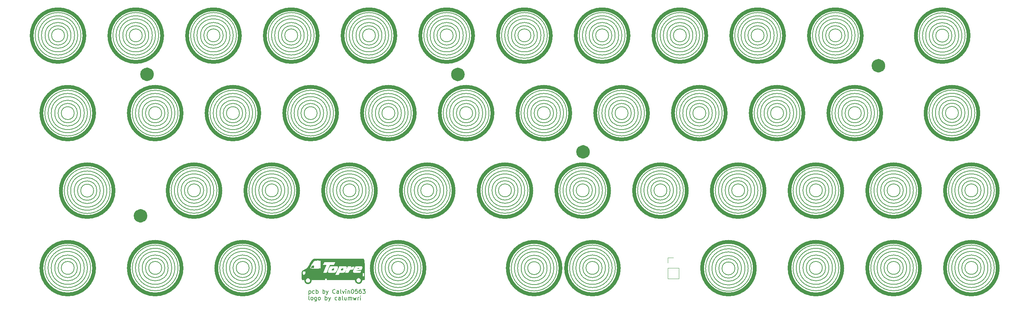
<source format=gbr>
%TF.GenerationSoftware,KiCad,Pcbnew,8.0.3*%
%TF.CreationDate,2024-08-24T23:39:28+02:00*%
%TF.ProjectId,toprevan,746f7072-6576-4616-9e2e-6b696361645f,rev?*%
%TF.SameCoordinates,Original*%
%TF.FileFunction,Legend,Top*%
%TF.FilePolarity,Positive*%
%FSLAX46Y46*%
G04 Gerber Fmt 4.6, Leading zero omitted, Abs format (unit mm)*
G04 Created by KiCad (PCBNEW 8.0.3) date 2024-08-24 23:39:28*
%MOMM*%
%LPD*%
G01*
G04 APERTURE LIST*
%ADD10C,0.150000*%
%ADD11C,1.662500*%
%ADD12C,0.200000*%
%ADD13C,0.900000*%
%ADD14C,0.120000*%
%ADD15C,0.000000*%
%ADD16C,2.200000*%
%ADD17R,1.700000X1.700000*%
%ADD18O,1.700000X1.700000*%
%ADD19C,0.650000*%
%ADD20O,1.000000X1.600000*%
%ADD21O,1.000000X2.100000*%
G04 APERTURE END LIST*
D10*
X223893910Y-88049840D02*
G75*
G02*
X212668590Y-88049840I-5612660J0D01*
G01*
X212668590Y-88049840D02*
G75*
G02*
X223893910Y-88049840I5612660J0D01*
G01*
X115093750Y-50006250D02*
G75*
G02*
X111918750Y-50006250I-1587500J0D01*
G01*
X111918750Y-50006250D02*
G75*
G02*
X115093750Y-50006250I1587500J0D01*
G01*
X241378597Y-88049840D02*
G75*
G02*
X233283903Y-88049840I-4047347J0D01*
G01*
X233283903Y-88049840D02*
G75*
G02*
X241378597Y-88049840I4047347J0D01*
G01*
X53181250Y-30899840D02*
G75*
G02*
X50006250Y-30899840I-1587500J0D01*
G01*
X50006250Y-30899840D02*
G75*
G02*
X53181250Y-30899840I1587500J0D01*
G01*
X42862500Y-69056250D02*
G75*
G02*
X36512500Y-69056250I-3175000J0D01*
G01*
X36512500Y-69056250D02*
G75*
G02*
X42862500Y-69056250I3175000J0D01*
G01*
X57206410Y-30899840D02*
G75*
G02*
X45981090Y-30899840I-5612660J0D01*
G01*
X45981090Y-30899840D02*
G75*
G02*
X57206410Y-30899840I5612660J0D01*
G01*
X92075000Y-30899840D02*
G75*
G02*
X87312500Y-30899840I-2381250J0D01*
G01*
X87312500Y-30899840D02*
G75*
G02*
X92075000Y-30899840I2381250J0D01*
G01*
X200897347Y-88171942D02*
G75*
G02*
X192802653Y-88171942I-4047347J0D01*
G01*
X192802653Y-88171942D02*
G75*
G02*
X200897347Y-88171942I4047347J0D01*
G01*
X257968750Y-68999840D02*
G75*
G02*
X254793750Y-68999840I-1587500J0D01*
G01*
X254793750Y-68999840D02*
G75*
G02*
X257968750Y-68999840I1587500J0D01*
G01*
X57943750Y-88049840D02*
G75*
G02*
X54768750Y-88049840I-1587500J0D01*
G01*
X54768750Y-88049840D02*
G75*
G02*
X57943750Y-88049840I1587500J0D01*
G01*
X157218910Y-50006250D02*
G75*
G02*
X145993590Y-50006250I-5612660J0D01*
G01*
X145993590Y-50006250D02*
G75*
G02*
X157218910Y-50006250I5612660J0D01*
G01*
X254000000Y-49949840D02*
G75*
G02*
X249237500Y-49949840I-2381250J0D01*
G01*
X249237500Y-49949840D02*
G75*
G02*
X254000000Y-49949840I2381250J0D01*
G01*
X38972347Y-88049840D02*
G75*
G02*
X30877653Y-88049840I-4047347J0D01*
G01*
X30877653Y-88049840D02*
G75*
G02*
X38972347Y-88049840I4047347J0D01*
G01*
X82615693Y-88049840D02*
G75*
G02*
X72959307Y-88049840I-4828193J0D01*
G01*
X72959307Y-88049840D02*
G75*
G02*
X82615693Y-88049840I4828193J0D01*
G01*
X59531250Y-50006250D02*
G75*
G02*
X53181250Y-50006250I-3175000J0D01*
G01*
X53181250Y-50006250D02*
G75*
G02*
X59531250Y-50006250I3175000J0D01*
G01*
X154781250Y-50006250D02*
G75*
G02*
X148431250Y-50006250I-3175000J0D01*
G01*
X148431250Y-50006250D02*
G75*
G02*
X154781250Y-50006250I3175000J0D01*
G01*
X118334443Y-50006250D02*
G75*
G02*
X108678057Y-50006250I-4828193J0D01*
G01*
X108678057Y-50006250D02*
G75*
G02*
X118334443Y-50006250I4828193J0D01*
G01*
X208041097Y-30899840D02*
G75*
G02*
X199946403Y-30899840I-4047347J0D01*
G01*
X199946403Y-30899840D02*
G75*
G02*
X208041097Y-30899840I4047347J0D01*
G01*
X79375000Y-88049840D02*
G75*
G02*
X76200000Y-88049840I-1587500J0D01*
G01*
X76200000Y-88049840D02*
G75*
G02*
X79375000Y-88049840I1587500J0D01*
G01*
X80962500Y-88049840D02*
G75*
G02*
X74612500Y-88049840I-3175000J0D01*
G01*
X74612500Y-88049840D02*
G75*
G02*
X80962500Y-88049840I3175000J0D01*
G01*
X201612500Y-68999840D02*
G75*
G02*
X196850000Y-68999840I-2381250J0D01*
G01*
X196850000Y-68999840D02*
G75*
G02*
X201612500Y-68999840I2381250J0D01*
G01*
X242159443Y-88049840D02*
G75*
G02*
X232503057Y-88049840I-4828193J0D01*
G01*
X232503057Y-88049840D02*
G75*
G02*
X242159443Y-88049840I4828193J0D01*
G01*
X252412500Y-30956250D02*
G75*
G02*
X246062500Y-30956250I-3175000J0D01*
G01*
X246062500Y-30956250D02*
G75*
G02*
X252412500Y-30956250I3175000J0D01*
G01*
X254793750Y-49949840D02*
G75*
G02*
X248443750Y-49949840I-3175000J0D01*
G01*
X248443750Y-49949840D02*
G75*
G02*
X254793750Y-49949840I3175000J0D01*
G01*
X100068910Y-50006250D02*
G75*
G02*
X88843590Y-50006250I-5612660J0D01*
G01*
X88843590Y-50006250D02*
G75*
G02*
X100068910Y-50006250I5612660J0D01*
G01*
X261993910Y-88049840D02*
G75*
G02*
X250768590Y-88049840I-5612660J0D01*
G01*
X250768590Y-88049840D02*
G75*
G02*
X261993910Y-88049840I5612660J0D01*
G01*
X258762500Y-68999840D02*
G75*
G02*
X254000000Y-68999840I-2381250J0D01*
G01*
X254000000Y-68999840D02*
G75*
G02*
X258762500Y-68999840I2381250J0D01*
G01*
X91281250Y-30899840D02*
G75*
G02*
X88106250Y-30899840I-1587500J0D01*
G01*
X88106250Y-30899840D02*
G75*
G02*
X91281250Y-30899840I1587500J0D01*
G01*
X73818750Y-30899840D02*
G75*
G02*
X67468750Y-30899840I-3175000J0D01*
G01*
X67468750Y-30899840D02*
G75*
G02*
X73818750Y-30899840I3175000J0D01*
G01*
X81834847Y-88049840D02*
G75*
G02*
X73740153Y-88049840I-4047347J0D01*
G01*
X73740153Y-88049840D02*
G75*
G02*
X81834847Y-88049840I4047347J0D01*
G01*
X221456250Y-68999840D02*
G75*
G02*
X215106250Y-68999840I-3175000J0D01*
G01*
X215106250Y-68999840D02*
G75*
G02*
X221456250Y-68999840I3175000J0D01*
G01*
X128643910Y-68999840D02*
G75*
G02*
X117418590Y-68999840I-5612660J0D01*
G01*
X117418590Y-68999840D02*
G75*
G02*
X128643910Y-68999840I5612660J0D01*
G01*
X241378597Y-68999840D02*
G75*
G02*
X233283903Y-68999840I-4047347J0D01*
G01*
X233283903Y-68999840D02*
G75*
G02*
X241378597Y-68999840I4047347J0D01*
G01*
X78581250Y-50006250D02*
G75*
G02*
X72231250Y-50006250I-3175000J0D01*
G01*
X72231250Y-50006250D02*
G75*
G02*
X78581250Y-50006250I3175000J0D01*
G01*
X106362500Y-68999840D02*
G75*
G02*
X101600000Y-68999840I-2381250J0D01*
G01*
X101600000Y-68999840D02*
G75*
G02*
X106362500Y-68999840I2381250J0D01*
G01*
X206375000Y-30899840D02*
G75*
G02*
X201612500Y-30899840I-2381250J0D01*
G01*
X201612500Y-30899840D02*
G75*
G02*
X206375000Y-30899840I2381250J0D01*
G01*
X185009443Y-68999840D02*
G75*
G02*
X175353057Y-68999840I-4828193J0D01*
G01*
X175353057Y-68999840D02*
G75*
G02*
X185009443Y-68999840I4828193J0D01*
G01*
X109593910Y-68999840D02*
G75*
G02*
X98368590Y-68999840I-5612660J0D01*
G01*
X98368590Y-68999840D02*
G75*
G02*
X109593910Y-68999840I5612660J0D01*
G01*
X61184443Y-88049840D02*
G75*
G02*
X51528057Y-88049840I-4828193J0D01*
G01*
X51528057Y-88049840D02*
G75*
G02*
X61184443Y-88049840I4828193J0D01*
G01*
X146909443Y-68999840D02*
G75*
G02*
X137253057Y-68999840I-4828193J0D01*
G01*
X137253057Y-68999840D02*
G75*
G02*
X146909443Y-68999840I4828193J0D01*
G01*
X165959443Y-68999840D02*
G75*
G02*
X156303057Y-68999840I-4828193J0D01*
G01*
X156303057Y-68999840D02*
G75*
G02*
X165959443Y-68999840I4828193J0D01*
G01*
X87312500Y-68999840D02*
G75*
G02*
X82550000Y-68999840I-2381250J0D01*
G01*
X82550000Y-68999840D02*
G75*
G02*
X87312500Y-68999840I2381250J0D01*
G01*
X76993750Y-50006250D02*
G75*
G02*
X73818750Y-50006250I-1587500J0D01*
G01*
X73818750Y-50006250D02*
G75*
G02*
X76993750Y-50006250I1587500J0D01*
G01*
X223893910Y-68999840D02*
G75*
G02*
X212668590Y-68999840I-5612660J0D01*
G01*
X212668590Y-68999840D02*
G75*
G02*
X223893910Y-68999840I5612660J0D01*
G01*
X40537660Y-50006250D02*
G75*
G02*
X29312340Y-50006250I-5612660J0D01*
G01*
X29312340Y-50006250D02*
G75*
G02*
X40537660Y-50006250I5612660J0D01*
G01*
X108809443Y-68999840D02*
G75*
G02*
X99153057Y-68999840I-4828193J0D01*
G01*
X99153057Y-68999840D02*
G75*
G02*
X108809443Y-68999840I4828193J0D01*
G01*
X111125000Y-30899840D02*
G75*
G02*
X106362500Y-30899840I-2381250J0D01*
G01*
X106362500Y-30899840D02*
G75*
G02*
X111125000Y-30899840I2381250J0D01*
G01*
X175484443Y-50006250D02*
G75*
G02*
X165828057Y-50006250I-4828193J0D01*
G01*
X165828057Y-50006250D02*
G75*
G02*
X175484443Y-50006250I4828193J0D01*
G01*
X152400000Y-88106250D02*
G75*
G02*
X146050000Y-88106250I-3175000J0D01*
G01*
X146050000Y-88106250D02*
G75*
G02*
X152400000Y-88106250I3175000J0D01*
G01*
X57943750Y-50006250D02*
G75*
G02*
X54768750Y-50006250I-1587500J0D01*
G01*
X54768750Y-50006250D02*
G75*
G02*
X57943750Y-50006250I1587500J0D01*
G01*
X151671943Y-30899840D02*
G75*
G02*
X142015557Y-30899840I-4828193J0D01*
G01*
X142015557Y-30899840D02*
G75*
G02*
X151671943Y-30899840I4828193J0D01*
G01*
X192881250Y-50006250D02*
G75*
G02*
X186531250Y-50006250I-3175000J0D01*
G01*
X186531250Y-50006250D02*
G75*
G02*
X192881250Y-50006250I3175000J0D01*
G01*
X38972347Y-50006250D02*
G75*
G02*
X30877653Y-50006250I-4047347J0D01*
G01*
X30877653Y-50006250D02*
G75*
G02*
X38972347Y-50006250I4047347J0D01*
G01*
X242159443Y-68999840D02*
G75*
G02*
X232503057Y-68999840I-4828193J0D01*
G01*
X232503057Y-68999840D02*
G75*
G02*
X242159443Y-68999840I4828193J0D01*
G01*
X124618750Y-68999840D02*
G75*
G02*
X121443750Y-68999840I-1587500J0D01*
G01*
X121443750Y-68999840D02*
G75*
G02*
X124618750Y-68999840I1587500J0D01*
G01*
X110331250Y-30899840D02*
G75*
G02*
X107156250Y-30899840I-1587500J0D01*
G01*
X107156250Y-30899840D02*
G75*
G02*
X110331250Y-30899840I1587500J0D01*
G01*
X37306250Y-50006250D02*
G75*
G02*
X32543750Y-50006250I-2381250J0D01*
G01*
X32543750Y-50006250D02*
G75*
G02*
X37306250Y-50006250I2381250J0D01*
G01*
X259556250Y-68999840D02*
G75*
G02*
X253206250Y-68999840I-3175000J0D01*
G01*
X253206250Y-68999840D02*
G75*
G02*
X259556250Y-68999840I3175000J0D01*
G01*
X61968910Y-50006250D02*
G75*
G02*
X50743590Y-50006250I-5612660J0D01*
G01*
X50743590Y-50006250D02*
G75*
G02*
X61968910Y-50006250I5612660J0D01*
G01*
X38100000Y-88049840D02*
G75*
G02*
X31750000Y-88049840I-3175000J0D01*
G01*
X31750000Y-88049840D02*
G75*
G02*
X38100000Y-88049840I3175000J0D01*
G01*
X163512500Y-68999840D02*
G75*
G02*
X158750000Y-68999840I-2381250J0D01*
G01*
X158750000Y-68999840D02*
G75*
G02*
X163512500Y-68999840I2381250J0D01*
G01*
X40537660Y-88049840D02*
G75*
G02*
X29312340Y-88049840I-5612660J0D01*
G01*
X29312340Y-88049840D02*
G75*
G02*
X40537660Y-88049840I5612660J0D01*
G01*
X227871943Y-30899840D02*
G75*
G02*
X218215557Y-30899840I-4828193J0D01*
G01*
X218215557Y-30899840D02*
G75*
G02*
X227871943Y-30899840I4828193J0D01*
G01*
X95306410Y-30899840D02*
G75*
G02*
X84081090Y-30899840I-5612660J0D01*
G01*
X84081090Y-30899840D02*
G75*
G02*
X95306410Y-30899840I5612660J0D01*
G01*
X188991097Y-30899840D02*
G75*
G02*
X180896403Y-30899840I-4047347J0D01*
G01*
X180896403Y-30899840D02*
G75*
G02*
X188991097Y-30899840I4047347J0D01*
G01*
X169125160Y-88049840D02*
G75*
G02*
X157899840Y-88049840I-5612660J0D01*
G01*
X157899840Y-88049840D02*
G75*
G02*
X169125160Y-88049840I5612660J0D01*
G01*
X148431250Y-30899840D02*
G75*
G02*
X145256250Y-30899840I-1587500J0D01*
G01*
X145256250Y-30899840D02*
G75*
G02*
X148431250Y-30899840I1587500J0D01*
G01*
X219868750Y-88049840D02*
G75*
G02*
X216693750Y-88049840I-1587500J0D01*
G01*
X216693750Y-88049840D02*
G75*
G02*
X219868750Y-88049840I1587500J0D01*
G01*
X131841097Y-30899840D02*
G75*
G02*
X123746403Y-30899840I-4047347J0D01*
G01*
X123746403Y-30899840D02*
G75*
G02*
X131841097Y-30899840I4047347J0D01*
G01*
X220662500Y-88049840D02*
G75*
G02*
X215900000Y-88049840I-2381250J0D01*
G01*
X215900000Y-88049840D02*
G75*
G02*
X220662500Y-88049840I2381250J0D01*
G01*
X162718750Y-68999840D02*
G75*
G02*
X159543750Y-68999840I-1587500J0D01*
G01*
X159543750Y-68999840D02*
G75*
G02*
X162718750Y-68999840I1587500J0D01*
G01*
X38100000Y-50006250D02*
G75*
G02*
X31750000Y-50006250I-3175000J0D01*
G01*
X31750000Y-50006250D02*
G75*
G02*
X38100000Y-50006250I3175000J0D01*
G01*
X188118750Y-30899840D02*
G75*
G02*
X181768750Y-30899840I-3175000J0D01*
G01*
X181768750Y-30899840D02*
G75*
G02*
X188118750Y-30899840I3175000J0D01*
G01*
X220662500Y-68999840D02*
G75*
G02*
X215900000Y-68999840I-2381250J0D01*
G01*
X215900000Y-68999840D02*
G75*
G02*
X220662500Y-68999840I2381250J0D01*
G01*
X222328597Y-88049840D02*
G75*
G02*
X214233903Y-88049840I-4047347J0D01*
G01*
X214233903Y-88049840D02*
G75*
G02*
X222328597Y-88049840I4047347J0D01*
G01*
X119934847Y-88049840D02*
G75*
G02*
X111840153Y-88049840I-4047347J0D01*
G01*
X111840153Y-88049840D02*
G75*
G02*
X119934847Y-88049840I4047347J0D01*
G01*
X72231250Y-30899840D02*
G75*
G02*
X69056250Y-30899840I-1587500J0D01*
G01*
X69056250Y-30899840D02*
G75*
G02*
X72231250Y-30899840I1587500J0D01*
G01*
X150812500Y-88106250D02*
G75*
G02*
X147637500Y-88106250I-1587500J0D01*
G01*
X147637500Y-88106250D02*
G75*
G02*
X150812500Y-88106250I1587500J0D01*
G01*
X149225000Y-30899840D02*
G75*
G02*
X144462500Y-30899840I-2381250J0D01*
G01*
X144462500Y-30899840D02*
G75*
G02*
X149225000Y-30899840I2381250J0D01*
G01*
X194534443Y-50006250D02*
G75*
G02*
X184878057Y-50006250I-4828193J0D01*
G01*
X184878057Y-50006250D02*
G75*
G02*
X194534443Y-50006250I4828193J0D01*
G01*
X70709443Y-68999840D02*
G75*
G02*
X61053057Y-68999840I-4828193J0D01*
G01*
X61053057Y-68999840D02*
G75*
G02*
X70709443Y-68999840I4828193J0D01*
G01*
X207168750Y-30899840D02*
G75*
G02*
X200818750Y-30899840I-3175000J0D01*
G01*
X200818750Y-30899840D02*
G75*
G02*
X207168750Y-30899840I3175000J0D01*
G01*
X117553597Y-50006250D02*
G75*
G02*
X109458903Y-50006250I-4047347J0D01*
G01*
X109458903Y-50006250D02*
G75*
G02*
X117553597Y-50006250I4047347J0D01*
G01*
X153987500Y-50006250D02*
G75*
G02*
X149225000Y-50006250I-2381250J0D01*
G01*
X149225000Y-50006250D02*
G75*
G02*
X153987500Y-50006250I2381250J0D01*
G01*
X121500160Y-88049840D02*
G75*
G02*
X110274840Y-88049840I-5612660J0D01*
G01*
X110274840Y-88049840D02*
G75*
G02*
X121500160Y-88049840I5612660J0D01*
G01*
X191293750Y-50006250D02*
G75*
G02*
X188118750Y-50006250I-1587500J0D01*
G01*
X188118750Y-50006250D02*
G75*
G02*
X191293750Y-50006250I1587500J0D01*
G01*
X53975000Y-30899840D02*
G75*
G02*
X49212500Y-30899840I-2381250J0D01*
G01*
X49212500Y-30899840D02*
G75*
G02*
X53975000Y-30899840I2381250J0D01*
G01*
X138168910Y-50006250D02*
G75*
G02*
X126943590Y-50006250I-5612660J0D01*
G01*
X126943590Y-50006250D02*
G75*
G02*
X138168910Y-50006250I5612660J0D01*
G01*
X71493910Y-68999840D02*
G75*
G02*
X60268590Y-68999840I-5612660J0D01*
G01*
X60268590Y-68999840D02*
G75*
G02*
X71493910Y-68999840I5612660J0D01*
G01*
X223109443Y-88049840D02*
G75*
G02*
X213453057Y-88049840I-4828193J0D01*
G01*
X213453057Y-88049840D02*
G75*
G02*
X223109443Y-88049840I4828193J0D01*
G01*
X231853597Y-50006250D02*
G75*
G02*
X223758903Y-50006250I-4047347J0D01*
G01*
X223758903Y-50006250D02*
G75*
G02*
X231853597Y-50006250I4047347J0D01*
G01*
X165178597Y-68999840D02*
G75*
G02*
X157083903Y-68999840I-4047347J0D01*
G01*
X157083903Y-68999840D02*
G75*
G02*
X165178597Y-68999840I4047347J0D01*
G01*
X168275000Y-30899840D02*
G75*
G02*
X163512500Y-30899840I-2381250J0D01*
G01*
X163512500Y-30899840D02*
G75*
G02*
X168275000Y-30899840I2381250J0D01*
G01*
X36512500Y-50006250D02*
G75*
G02*
X33337500Y-50006250I-1587500J0D01*
G01*
X33337500Y-50006250D02*
G75*
G02*
X36512500Y-50006250I1587500J0D01*
G01*
X259556250Y-88049840D02*
G75*
G02*
X253206250Y-88049840I-3175000J0D01*
G01*
X253206250Y-88049840D02*
G75*
G02*
X259556250Y-88049840I3175000J0D01*
G01*
X45300160Y-69056250D02*
G75*
G02*
X34074840Y-69056250I-5612660J0D01*
G01*
X34074840Y-69056250D02*
G75*
G02*
X45300160Y-69056250I5612660J0D01*
G01*
X261209443Y-88049840D02*
G75*
G02*
X251553057Y-88049840I-4828193J0D01*
G01*
X251553057Y-88049840D02*
G75*
G02*
X261209443Y-88049840I4828193J0D01*
G01*
X153272347Y-88106250D02*
G75*
G02*
X145177653Y-88106250I-4047347J0D01*
G01*
X145177653Y-88106250D02*
G75*
G02*
X153272347Y-88106250I4047347J0D01*
G01*
X37306250Y-88049840D02*
G75*
G02*
X32543750Y-88049840I-2381250J0D01*
G01*
X32543750Y-88049840D02*
G75*
G02*
X37306250Y-88049840I2381250J0D01*
G01*
X261209443Y-68999840D02*
G75*
G02*
X251553057Y-68999840I-4828193J0D01*
G01*
X251553057Y-68999840D02*
G75*
G02*
X261209443Y-68999840I4828193J0D01*
G01*
X88106250Y-68999840D02*
G75*
G02*
X81756250Y-68999840I-3175000J0D01*
G01*
X81756250Y-68999840D02*
G75*
G02*
X88106250Y-68999840I3175000J0D01*
G01*
X55641097Y-30899840D02*
G75*
G02*
X47546403Y-30899840I-4047347J0D01*
G01*
X47546403Y-30899840D02*
G75*
G02*
X55641097Y-30899840I4047347J0D01*
G01*
X37371943Y-30899840D02*
G75*
G02*
X27715557Y-30899840I-4828193J0D01*
G01*
X27715557Y-30899840D02*
G75*
G02*
X37371943Y-30899840I4828193J0D01*
G01*
X232634443Y-50006250D02*
G75*
G02*
X222978057Y-50006250I-4828193J0D01*
G01*
X222978057Y-50006250D02*
G75*
G02*
X232634443Y-50006250I4828193J0D01*
G01*
X136603597Y-50006250D02*
G75*
G02*
X128508903Y-50006250I-4047347J0D01*
G01*
X128508903Y-50006250D02*
G75*
G02*
X136603597Y-50006250I4047347J0D01*
G01*
X213584443Y-50006250D02*
G75*
G02*
X203928057Y-50006250I-4828193J0D01*
G01*
X203928057Y-50006250D02*
G75*
G02*
X213584443Y-50006250I4828193J0D01*
G01*
X253284847Y-30956250D02*
G75*
G02*
X245190153Y-30956250I-4047347J0D01*
G01*
X245190153Y-30956250D02*
G75*
G02*
X253284847Y-30956250I4047347J0D01*
G01*
X189771943Y-30899840D02*
G75*
G02*
X180115557Y-30899840I-4828193J0D01*
G01*
X180115557Y-30899840D02*
G75*
G02*
X189771943Y-30899840I4828193J0D01*
G01*
X34925000Y-30899840D02*
G75*
G02*
X30162500Y-30899840I-2381250J0D01*
G01*
X30162500Y-30899840D02*
G75*
G02*
X34925000Y-30899840I2381250J0D01*
G01*
X239712500Y-88049840D02*
G75*
G02*
X234950000Y-88049840I-2381250J0D01*
G01*
X234950000Y-88049840D02*
G75*
G02*
X239712500Y-88049840I2381250J0D01*
G01*
X150891097Y-30899840D02*
G75*
G02*
X142796403Y-30899840I-4047347J0D01*
G01*
X142796403Y-30899840D02*
G75*
G02*
X150891097Y-30899840I4047347J0D01*
G01*
X239712500Y-68999840D02*
G75*
G02*
X234950000Y-68999840I-2381250J0D01*
G01*
X234950000Y-68999840D02*
G75*
G02*
X239712500Y-68999840I2381250J0D01*
G01*
X172243750Y-50006250D02*
G75*
G02*
X169068750Y-50006250I-1587500J0D01*
G01*
X169068750Y-50006250D02*
G75*
G02*
X172243750Y-50006250I1587500J0D01*
G01*
X90543910Y-68999840D02*
G75*
G02*
X79318590Y-68999840I-5612660J0D01*
G01*
X79318590Y-68999840D02*
G75*
G02*
X90543910Y-68999840I5612660J0D01*
G01*
X60403597Y-50006250D02*
G75*
G02*
X52308903Y-50006250I-4047347J0D01*
G01*
X52308903Y-50006250D02*
G75*
G02*
X60403597Y-50006250I4047347J0D01*
G01*
X182562500Y-68999840D02*
G75*
G02*
X177800000Y-68999840I-2381250J0D01*
G01*
X177800000Y-68999840D02*
G75*
G02*
X182562500Y-68999840I2381250J0D01*
G01*
X151606250Y-88106250D02*
G75*
G02*
X146843750Y-88106250I-2381250J0D01*
G01*
X146843750Y-88106250D02*
G75*
G02*
X151606250Y-88106250I2381250J0D01*
G01*
X199231250Y-88171942D02*
G75*
G02*
X194468750Y-88171942I-2381250J0D01*
G01*
X194468750Y-88171942D02*
G75*
G02*
X199231250Y-88171942I2381250J0D01*
G01*
X58737500Y-50006250D02*
G75*
G02*
X53975000Y-50006250I-2381250J0D01*
G01*
X53975000Y-50006250D02*
G75*
G02*
X58737500Y-50006250I2381250J0D01*
G01*
X186531250Y-30899840D02*
G75*
G02*
X183356250Y-30899840I-1587500J0D01*
G01*
X183356250Y-30899840D02*
G75*
G02*
X186531250Y-30899840I1587500J0D01*
G01*
X36591097Y-30899840D02*
G75*
G02*
X28496403Y-30899840I-4047347J0D01*
G01*
X28496403Y-30899840D02*
G75*
G02*
X36591097Y-30899840I4047347J0D01*
G01*
X44515693Y-69056250D02*
G75*
G02*
X34859307Y-69056250I-4828193J0D01*
G01*
X34859307Y-69056250D02*
G75*
G02*
X44515693Y-69056250I4828193J0D01*
G01*
X76256410Y-30899840D02*
G75*
G02*
X65031090Y-30899840I-5612660J0D01*
G01*
X65031090Y-30899840D02*
G75*
G02*
X76256410Y-30899840I5612660J0D01*
G01*
X73025000Y-30899840D02*
G75*
G02*
X68262500Y-30899840I-2381250J0D01*
G01*
X68262500Y-30899840D02*
G75*
G02*
X73025000Y-30899840I2381250J0D01*
G01*
X146128597Y-68999840D02*
G75*
G02*
X138033903Y-68999840I-4047347J0D01*
G01*
X138033903Y-68999840D02*
G75*
G02*
X146128597Y-68999840I4047347J0D01*
G01*
X224631250Y-30899840D02*
G75*
G02*
X221456250Y-30899840I-1587500J0D01*
G01*
X221456250Y-30899840D02*
G75*
G02*
X224631250Y-30899840I1587500J0D01*
G01*
X173831250Y-50006250D02*
G75*
G02*
X167481250Y-50006250I-3175000J0D01*
G01*
X167481250Y-50006250D02*
G75*
G02*
X173831250Y-50006250I3175000J0D01*
G01*
X169941097Y-30899840D02*
G75*
G02*
X161846403Y-30899840I-4047347J0D01*
G01*
X161846403Y-30899840D02*
G75*
G02*
X169941097Y-30899840I4047347J0D01*
G01*
X43734847Y-69056250D02*
G75*
G02*
X35640153Y-69056250I-4047347J0D01*
G01*
X35640153Y-69056250D02*
G75*
G02*
X43734847Y-69056250I4047347J0D01*
G01*
X36512500Y-88049840D02*
G75*
G02*
X33337500Y-88049840I-1587500J0D01*
G01*
X33337500Y-88049840D02*
G75*
G02*
X36512500Y-88049840I1587500J0D01*
G01*
X116681250Y-50006250D02*
G75*
G02*
X110331250Y-50006250I-3175000J0D01*
G01*
X110331250Y-50006250D02*
G75*
G02*
X116681250Y-50006250I3175000J0D01*
G01*
X202406250Y-68999840D02*
G75*
G02*
X196056250Y-68999840I-3175000J0D01*
G01*
X196056250Y-68999840D02*
G75*
G02*
X202406250Y-68999840I3175000J0D01*
G01*
X75471943Y-30899840D02*
G75*
G02*
X65815557Y-30899840I-4828193J0D01*
G01*
X65815557Y-30899840D02*
G75*
G02*
X75471943Y-30899840I4828193J0D01*
G01*
X242943910Y-68999840D02*
G75*
G02*
X231718590Y-68999840I-5612660J0D01*
G01*
X231718590Y-68999840D02*
G75*
G02*
X242943910Y-68999840I5612660J0D01*
G01*
X250825000Y-30956250D02*
G75*
G02*
X247650000Y-30956250I-1587500J0D01*
G01*
X247650000Y-30956250D02*
G75*
G02*
X250825000Y-30956250I1587500J0D01*
G01*
X254850160Y-30956250D02*
G75*
G02*
X243624840Y-30956250I-5612660J0D01*
G01*
X243624840Y-30956250D02*
G75*
G02*
X254850160Y-30956250I5612660J0D01*
G01*
X39753193Y-88049840D02*
G75*
G02*
X30096807Y-88049840I-4828193J0D01*
G01*
X30096807Y-88049840D02*
G75*
G02*
X39753193Y-88049840I4828193J0D01*
G01*
X74691097Y-30899840D02*
G75*
G02*
X66596403Y-30899840I-4047347J0D01*
G01*
X66596403Y-30899840D02*
G75*
G02*
X74691097Y-30899840I4047347J0D01*
G01*
X153193750Y-50006250D02*
G75*
G02*
X150018750Y-50006250I-1587500J0D01*
G01*
X150018750Y-50006250D02*
G75*
G02*
X153193750Y-50006250I1587500J0D01*
G01*
X256446943Y-49949840D02*
G75*
G02*
X246790557Y-49949840I-4828193J0D01*
G01*
X246790557Y-49949840D02*
G75*
G02*
X256446943Y-49949840I4828193J0D01*
G01*
X68262500Y-68999840D02*
G75*
G02*
X63500000Y-68999840I-2381250J0D01*
G01*
X63500000Y-68999840D02*
G75*
G02*
X68262500Y-68999840I2381250J0D01*
G01*
X212803597Y-50006250D02*
G75*
G02*
X204708903Y-50006250I-4047347J0D01*
G01*
X204708903Y-50006250D02*
G75*
G02*
X212803597Y-50006250I4047347J0D01*
G01*
X144462500Y-68999840D02*
G75*
G02*
X139700000Y-68999840I-2381250J0D01*
G01*
X139700000Y-68999840D02*
G75*
G02*
X144462500Y-68999840I2381250J0D01*
G01*
X130175000Y-30899840D02*
G75*
G02*
X125412500Y-30899840I-2381250J0D01*
G01*
X125412500Y-30899840D02*
G75*
G02*
X130175000Y-30899840I2381250J0D01*
G01*
X219868750Y-68999840D02*
G75*
G02*
X216693750Y-68999840I-1587500J0D01*
G01*
X216693750Y-68999840D02*
G75*
G02*
X219868750Y-68999840I1587500J0D01*
G01*
X240506250Y-88049840D02*
G75*
G02*
X234156250Y-88049840I-3175000J0D01*
G01*
X234156250Y-88049840D02*
G75*
G02*
X240506250Y-88049840I3175000J0D01*
G01*
X167559847Y-88049840D02*
G75*
G02*
X159465153Y-88049840I-4047347J0D01*
G01*
X159465153Y-88049840D02*
G75*
G02*
X167559847Y-88049840I4047347J0D01*
G01*
X260428597Y-88049840D02*
G75*
G02*
X252333903Y-88049840I-4047347J0D01*
G01*
X252333903Y-88049840D02*
G75*
G02*
X260428597Y-88049840I4047347J0D01*
G01*
X193753597Y-50006250D02*
G75*
G02*
X185658903Y-50006250I-4047347J0D01*
G01*
X185658903Y-50006250D02*
G75*
G02*
X193753597Y-50006250I4047347J0D01*
G01*
X125412500Y-68999840D02*
G75*
G02*
X120650000Y-68999840I-2381250J0D01*
G01*
X120650000Y-68999840D02*
G75*
G02*
X125412500Y-68999840I2381250J0D01*
G01*
X130968750Y-30899840D02*
G75*
G02*
X124618750Y-30899840I-3175000J0D01*
G01*
X124618750Y-30899840D02*
G75*
G02*
X130968750Y-30899840I3175000J0D01*
G01*
X60403597Y-88049840D02*
G75*
G02*
X52308903Y-88049840I-4047347J0D01*
G01*
X52308903Y-88049840D02*
G75*
G02*
X60403597Y-88049840I4047347J0D01*
G01*
X174703597Y-50006250D02*
G75*
G02*
X166608903Y-50006250I-4047347J0D01*
G01*
X166608903Y-50006250D02*
G75*
G02*
X174703597Y-50006250I4047347J0D01*
G01*
X258762500Y-88049840D02*
G75*
G02*
X254000000Y-88049840I-2381250J0D01*
G01*
X254000000Y-88049840D02*
G75*
G02*
X258762500Y-88049840I2381250J0D01*
G01*
X166743910Y-68999840D02*
G75*
G02*
X155518590Y-68999840I-5612660J0D01*
G01*
X155518590Y-68999840D02*
G75*
G02*
X166743910Y-68999840I5612660J0D01*
G01*
X94521943Y-30899840D02*
G75*
G02*
X84865557Y-30899840I-4828193J0D01*
G01*
X84865557Y-30899840D02*
G75*
G02*
X94521943Y-30899840I4828193J0D01*
G01*
X80234443Y-50006250D02*
G75*
G02*
X70578057Y-50006250I-4828193J0D01*
G01*
X70578057Y-50006250D02*
G75*
G02*
X80234443Y-50006250I4828193J0D01*
G01*
X221456250Y-88049840D02*
G75*
G02*
X215106250Y-88049840I-3175000J0D01*
G01*
X215106250Y-88049840D02*
G75*
G02*
X221456250Y-88049840I3175000J0D01*
G01*
X127859443Y-68999840D02*
G75*
G02*
X118203057Y-68999840I-4828193J0D01*
G01*
X118203057Y-68999840D02*
G75*
G02*
X127859443Y-68999840I4828193J0D01*
G01*
X154837660Y-88106250D02*
G75*
G02*
X143612340Y-88106250I-5612660J0D01*
G01*
X143612340Y-88106250D02*
G75*
G02*
X154837660Y-88106250I5612660J0D01*
G01*
X227091097Y-30899840D02*
G75*
G02*
X218996403Y-30899840I-4047347J0D01*
G01*
X218996403Y-30899840D02*
G75*
G02*
X227091097Y-30899840I4047347J0D01*
G01*
X195318910Y-50006250D02*
G75*
G02*
X184093590Y-50006250I-5612660J0D01*
G01*
X184093590Y-50006250D02*
G75*
G02*
X195318910Y-50006250I5612660J0D01*
G01*
X38156410Y-30899840D02*
G75*
G02*
X26931090Y-30899840I-5612660J0D01*
G01*
X26931090Y-30899840D02*
G75*
G02*
X38156410Y-30899840I5612660J0D01*
G01*
X134143750Y-50006250D02*
G75*
G02*
X130968750Y-50006250I-1587500J0D01*
G01*
X130968750Y-50006250D02*
G75*
G02*
X134143750Y-50006250I1587500J0D01*
G01*
X154053193Y-88106250D02*
G75*
G02*
X144396807Y-88106250I-4828193J0D01*
G01*
X144396807Y-88106250D02*
G75*
G02*
X154053193Y-88106250I4828193J0D01*
G01*
X251618750Y-30956250D02*
G75*
G02*
X246856250Y-30956250I-2381250J0D01*
G01*
X246856250Y-30956250D02*
G75*
G02*
X251618750Y-30956250I2381250J0D01*
G01*
X183356250Y-68999840D02*
G75*
G02*
X177006250Y-68999840I-3175000J0D01*
G01*
X177006250Y-68999840D02*
G75*
G02*
X183356250Y-68999840I3175000J0D01*
G01*
X233418910Y-50006250D02*
G75*
G02*
X222193590Y-50006250I-5612660J0D01*
G01*
X222193590Y-50006250D02*
G75*
G02*
X233418910Y-50006250I5612660J0D01*
G01*
X120715693Y-88049840D02*
G75*
G02*
X111059307Y-88049840I-4828193J0D01*
G01*
X111059307Y-88049840D02*
G75*
G02*
X120715693Y-88049840I4828193J0D01*
G01*
X165893750Y-88049840D02*
G75*
G02*
X161131250Y-88049840I-2381250J0D01*
G01*
X161131250Y-88049840D02*
G75*
G02*
X165893750Y-88049840I2381250J0D01*
G01*
X77787500Y-50006250D02*
G75*
G02*
X73025000Y-50006250I-2381250J0D01*
G01*
X73025000Y-50006250D02*
G75*
G02*
X77787500Y-50006250I2381250J0D01*
G01*
X225425000Y-30899840D02*
G75*
G02*
X220662500Y-30899840I-2381250J0D01*
G01*
X220662500Y-30899840D02*
G75*
G02*
X225425000Y-30899840I2381250J0D01*
G01*
X230981250Y-50006250D02*
G75*
G02*
X224631250Y-50006250I-3175000J0D01*
G01*
X224631250Y-50006250D02*
G75*
G02*
X230981250Y-50006250I3175000J0D01*
G01*
X89759443Y-68999840D02*
G75*
G02*
X80103057Y-68999840I-4828193J0D01*
G01*
X80103057Y-68999840D02*
G75*
G02*
X89759443Y-68999840I4828193J0D01*
G01*
X92868750Y-30899840D02*
G75*
G02*
X86518750Y-30899840I-3175000J0D01*
G01*
X86518750Y-30899840D02*
G75*
G02*
X92868750Y-30899840I3175000J0D01*
G01*
X156434443Y-50006250D02*
G75*
G02*
X146778057Y-50006250I-4828193J0D01*
G01*
X146778057Y-50006250D02*
G75*
G02*
X156434443Y-50006250I4828193J0D01*
G01*
X96043750Y-50006250D02*
G75*
G02*
X92868750Y-50006250I-1587500J0D01*
G01*
X92868750Y-50006250D02*
G75*
G02*
X96043750Y-50006250I1587500J0D01*
G01*
X167481250Y-30899840D02*
G75*
G02*
X164306250Y-30899840I-1587500J0D01*
G01*
X164306250Y-30899840D02*
G75*
G02*
X167481250Y-30899840I1587500J0D01*
G01*
X211137500Y-50006250D02*
G75*
G02*
X206375000Y-50006250I-2381250J0D01*
G01*
X206375000Y-50006250D02*
G75*
G02*
X211137500Y-50006250I2381250J0D01*
G01*
X173037500Y-50006250D02*
G75*
G02*
X168275000Y-50006250I-2381250J0D01*
G01*
X168275000Y-50006250D02*
G75*
G02*
X173037500Y-50006250I2381250J0D01*
G01*
X150018750Y-30899840D02*
G75*
G02*
X143668750Y-30899840I-3175000J0D01*
G01*
X143668750Y-30899840D02*
G75*
G02*
X150018750Y-30899840I3175000J0D01*
G01*
X97631250Y-50006250D02*
G75*
G02*
X91281250Y-50006250I-3175000J0D01*
G01*
X91281250Y-50006250D02*
G75*
G02*
X97631250Y-50006250I3175000J0D01*
G01*
X226218750Y-30899840D02*
G75*
G02*
X219868750Y-30899840I-3175000J0D01*
G01*
X219868750Y-30899840D02*
G75*
G02*
X226218750Y-30899840I3175000J0D01*
G01*
X209606410Y-30899840D02*
G75*
G02*
X198381090Y-30899840I-5612660J0D01*
G01*
X198381090Y-30899840D02*
G75*
G02*
X209606410Y-30899840I5612660J0D01*
G01*
X230187500Y-50006250D02*
G75*
G02*
X225425000Y-50006250I-2381250J0D01*
G01*
X225425000Y-50006250D02*
G75*
G02*
X230187500Y-50006250I2381250J0D01*
G01*
X115887500Y-50006250D02*
G75*
G02*
X111125000Y-50006250I-2381250J0D01*
G01*
X111125000Y-50006250D02*
G75*
G02*
X115887500Y-50006250I2381250J0D01*
G01*
X155653597Y-50006250D02*
G75*
G02*
X147558903Y-50006250I-4047347J0D01*
G01*
X147558903Y-50006250D02*
G75*
G02*
X155653597Y-50006250I4047347J0D01*
G01*
X134937500Y-50006250D02*
G75*
G02*
X130175000Y-50006250I-2381250J0D01*
G01*
X130175000Y-50006250D02*
G75*
G02*
X134937500Y-50006250I2381250J0D01*
G01*
X61968910Y-88049840D02*
G75*
G02*
X50743590Y-88049840I-5612660J0D01*
G01*
X50743590Y-88049840D02*
G75*
G02*
X61968910Y-88049840I5612660J0D01*
G01*
X135731250Y-50006250D02*
G75*
G02*
X129381250Y-50006250I-3175000J0D01*
G01*
X129381250Y-50006250D02*
G75*
G02*
X135731250Y-50006250I3175000J0D01*
G01*
X184228597Y-68999840D02*
G75*
G02*
X176133903Y-68999840I-4047347J0D01*
G01*
X176133903Y-68999840D02*
G75*
G02*
X184228597Y-68999840I4047347J0D01*
G01*
X255666097Y-49949840D02*
G75*
G02*
X247571403Y-49949840I-4047347J0D01*
G01*
X247571403Y-49949840D02*
G75*
G02*
X255666097Y-49949840I4047347J0D01*
G01*
D11*
X53590324Y-75254242D02*
G75*
G02*
X51927824Y-75254242I-831250J0D01*
G01*
X51927824Y-75254242D02*
G75*
G02*
X53590324Y-75254242I831250J0D01*
G01*
D10*
X152456410Y-30899840D02*
G75*
G02*
X141231090Y-30899840I-5612660J0D01*
G01*
X141231090Y-30899840D02*
G75*
G02*
X152456410Y-30899840I5612660J0D01*
G01*
X111918750Y-30899840D02*
G75*
G02*
X105568750Y-30899840I-3175000J0D01*
G01*
X105568750Y-30899840D02*
G75*
G02*
X111918750Y-30899840I3175000J0D01*
G01*
X105568750Y-68999840D02*
G75*
G02*
X102393750Y-68999840I-1587500J0D01*
G01*
X102393750Y-68999840D02*
G75*
G02*
X105568750Y-68999840I1587500J0D01*
G01*
X254065693Y-30956250D02*
G75*
G02*
X244409307Y-30956250I-4828193J0D01*
G01*
X244409307Y-30956250D02*
G75*
G02*
X254065693Y-30956250I4828193J0D01*
G01*
X35718750Y-30899840D02*
G75*
G02*
X29368750Y-30899840I-3175000J0D01*
G01*
X29368750Y-30899840D02*
G75*
G02*
X35718750Y-30899840I3175000J0D01*
G01*
X133406410Y-30899840D02*
G75*
G02*
X122181090Y-30899840I-5612660J0D01*
G01*
X122181090Y-30899840D02*
G75*
G02*
X133406410Y-30899840I5612660J0D01*
G01*
X181768750Y-68999840D02*
G75*
G02*
X178593750Y-68999840I-1587500J0D01*
G01*
X178593750Y-68999840D02*
G75*
G02*
X181768750Y-68999840I1587500J0D01*
G01*
X208821943Y-30899840D02*
G75*
G02*
X199165557Y-30899840I-4828193J0D01*
G01*
X199165557Y-30899840D02*
G75*
G02*
X208821943Y-30899840I4828193J0D01*
G01*
X192087500Y-50006250D02*
G75*
G02*
X187325000Y-50006250I-2381250J0D01*
G01*
X187325000Y-50006250D02*
G75*
G02*
X192087500Y-50006250I2381250J0D01*
G01*
X118268750Y-88049840D02*
G75*
G02*
X113506250Y-88049840I-2381250J0D01*
G01*
X113506250Y-88049840D02*
G75*
G02*
X118268750Y-88049840I2381250J0D01*
G01*
X107156250Y-68999840D02*
G75*
G02*
X100806250Y-68999840I-3175000J0D01*
G01*
X100806250Y-68999840D02*
G75*
G02*
X107156250Y-68999840I3175000J0D01*
G01*
X42068750Y-69056250D02*
G75*
G02*
X37306250Y-69056250I-2381250J0D01*
G01*
X37306250Y-69056250D02*
G75*
G02*
X42068750Y-69056250I2381250J0D01*
G01*
X114356410Y-30899840D02*
G75*
G02*
X103131090Y-30899840I-5612660J0D01*
G01*
X103131090Y-30899840D02*
G75*
G02*
X114356410Y-30899840I5612660J0D01*
G01*
X67468750Y-68999840D02*
G75*
G02*
X64293750Y-68999840I-1587500J0D01*
G01*
X64293750Y-68999840D02*
G75*
G02*
X67468750Y-68999840I1587500J0D01*
G01*
X98503597Y-50006250D02*
G75*
G02*
X90408903Y-50006250I-4047347J0D01*
G01*
X90408903Y-50006250D02*
G75*
G02*
X98503597Y-50006250I4047347J0D01*
G01*
X170721943Y-30899840D02*
G75*
G02*
X161065557Y-30899840I-4828193J0D01*
G01*
X161065557Y-30899840D02*
G75*
G02*
X170721943Y-30899840I4828193J0D01*
G01*
X169068750Y-30899840D02*
G75*
G02*
X162718750Y-30899840I-3175000J0D01*
G01*
X162718750Y-30899840D02*
G75*
G02*
X169068750Y-30899840I3175000J0D01*
G01*
X108028597Y-68999840D02*
G75*
G02*
X99933903Y-68999840I-4047347J0D01*
G01*
X99933903Y-68999840D02*
G75*
G02*
X108028597Y-68999840I4047347J0D01*
G01*
X58737500Y-88049840D02*
G75*
G02*
X53975000Y-88049840I-2381250J0D01*
G01*
X53975000Y-88049840D02*
G75*
G02*
X58737500Y-88049840I2381250J0D01*
G01*
X204059443Y-68999840D02*
G75*
G02*
X194403057Y-68999840I-4828193J0D01*
G01*
X194403057Y-68999840D02*
G75*
G02*
X204059443Y-68999840I4828193J0D01*
G01*
X99284443Y-50006250D02*
G75*
G02*
X89628057Y-50006250I-4828193J0D01*
G01*
X89628057Y-50006250D02*
G75*
G02*
X99284443Y-50006250I4828193J0D01*
G01*
X228656410Y-30899840D02*
G75*
G02*
X217431090Y-30899840I-5612660J0D01*
G01*
X217431090Y-30899840D02*
G75*
G02*
X228656410Y-30899840I5612660J0D01*
G01*
X61184443Y-50006250D02*
G75*
G02*
X51528057Y-50006250I-4828193J0D01*
G01*
X51528057Y-50006250D02*
G75*
G02*
X61184443Y-50006250I4828193J0D01*
G01*
X238918750Y-68999840D02*
G75*
G02*
X235743750Y-68999840I-1587500J0D01*
G01*
X235743750Y-68999840D02*
G75*
G02*
X238918750Y-68999840I1587500J0D01*
G01*
X214368910Y-50006250D02*
G75*
G02*
X203143590Y-50006250I-5612660J0D01*
G01*
X203143590Y-50006250D02*
G75*
G02*
X214368910Y-50006250I5612660J0D01*
G01*
X171506410Y-30899840D02*
G75*
G02*
X160281090Y-30899840I-5612660J0D01*
G01*
X160281090Y-30899840D02*
G75*
G02*
X171506410Y-30899840I5612660J0D01*
G01*
X34131250Y-30899840D02*
G75*
G02*
X30956250Y-30899840I-1587500J0D01*
G01*
X30956250Y-30899840D02*
G75*
G02*
X34131250Y-30899840I1587500J0D01*
G01*
X242943910Y-88049840D02*
G75*
G02*
X231718590Y-88049840I-5612660J0D01*
G01*
X231718590Y-88049840D02*
G75*
G02*
X242943910Y-88049840I5612660J0D01*
G01*
X80168750Y-88049840D02*
G75*
G02*
X75406250Y-88049840I-2381250J0D01*
G01*
X75406250Y-88049840D02*
G75*
G02*
X80168750Y-88049840I2381250J0D01*
G01*
X129381250Y-30899840D02*
G75*
G02*
X126206250Y-30899840I-1587500J0D01*
G01*
X126206250Y-30899840D02*
G75*
G02*
X129381250Y-30899840I1587500J0D01*
G01*
X187325000Y-30899840D02*
G75*
G02*
X182562500Y-30899840I-2381250J0D01*
G01*
X182562500Y-30899840D02*
G75*
G02*
X187325000Y-30899840I2381250J0D01*
G01*
X165100000Y-88049840D02*
G75*
G02*
X161925000Y-88049840I-1587500J0D01*
G01*
X161925000Y-88049840D02*
G75*
G02*
X165100000Y-88049840I1587500J0D01*
G01*
X147693910Y-68999840D02*
G75*
G02*
X136468590Y-68999840I-5612660J0D01*
G01*
X136468590Y-68999840D02*
G75*
G02*
X147693910Y-68999840I5612660J0D01*
G01*
X229393750Y-50006250D02*
G75*
G02*
X226218750Y-50006250I-1587500J0D01*
G01*
X226218750Y-50006250D02*
G75*
G02*
X229393750Y-50006250I1587500J0D01*
G01*
X96837500Y-50006250D02*
G75*
G02*
X92075000Y-50006250I-2381250J0D01*
G01*
X92075000Y-50006250D02*
G75*
G02*
X96837500Y-50006250I2381250J0D01*
G01*
X200818750Y-68999840D02*
G75*
G02*
X197643750Y-68999840I-1587500J0D01*
G01*
X197643750Y-68999840D02*
G75*
G02*
X200818750Y-68999840I1587500J0D01*
G01*
X223109443Y-68999840D02*
G75*
G02*
X213453057Y-68999840I-4828193J0D01*
G01*
X213453057Y-68999840D02*
G75*
G02*
X223109443Y-68999840I4828193J0D01*
G01*
X117475000Y-88049840D02*
G75*
G02*
X114300000Y-88049840I-1587500J0D01*
G01*
X114300000Y-88049840D02*
G75*
G02*
X117475000Y-88049840I1587500J0D01*
G01*
X88978597Y-68999840D02*
G75*
G02*
X80883903Y-68999840I-4047347J0D01*
G01*
X80883903Y-68999840D02*
G75*
G02*
X88978597Y-68999840I4047347J0D01*
G01*
X132621943Y-30899840D02*
G75*
G02*
X122965557Y-30899840I-4828193J0D01*
G01*
X122965557Y-30899840D02*
G75*
G02*
X132621943Y-30899840I4828193J0D01*
G01*
D11*
X234430273Y-38366935D02*
G75*
G02*
X232767773Y-38366935I-831250J0D01*
G01*
X232767773Y-38366935D02*
G75*
G02*
X234430273Y-38366935I831250J0D01*
G01*
D10*
X56421943Y-30899840D02*
G75*
G02*
X46765557Y-30899840I-4828193J0D01*
G01*
X46765557Y-30899840D02*
G75*
G02*
X56421943Y-30899840I4828193J0D01*
G01*
X176268910Y-50006250D02*
G75*
G02*
X165043590Y-50006250I-5612660J0D01*
G01*
X165043590Y-50006250D02*
G75*
G02*
X176268910Y-50006250I5612660J0D01*
G01*
X201678193Y-88171942D02*
G75*
G02*
X192021807Y-88171942I-4828193J0D01*
G01*
X192021807Y-88171942D02*
G75*
G02*
X201678193Y-88171942I4828193J0D01*
G01*
X238918750Y-88049840D02*
G75*
G02*
X235743750Y-88049840I-1587500J0D01*
G01*
X235743750Y-88049840D02*
G75*
G02*
X238918750Y-88049840I1587500J0D01*
G01*
X93741097Y-30899840D02*
G75*
G02*
X85646403Y-30899840I-4047347J0D01*
G01*
X85646403Y-30899840D02*
G75*
G02*
X93741097Y-30899840I4047347J0D01*
G01*
X261993910Y-68999840D02*
G75*
G02*
X250768590Y-68999840I-5612660J0D01*
G01*
X250768590Y-68999840D02*
G75*
G02*
X261993910Y-68999840I5612660J0D01*
G01*
X210343750Y-50006250D02*
G75*
G02*
X207168750Y-50006250I-1587500J0D01*
G01*
X207168750Y-50006250D02*
G75*
G02*
X210343750Y-50006250I1587500J0D01*
G01*
X127078597Y-68999840D02*
G75*
G02*
X118983903Y-68999840I-4047347J0D01*
G01*
X118983903Y-68999840D02*
G75*
G02*
X127078597Y-68999840I4047347J0D01*
G01*
X54768750Y-30899840D02*
G75*
G02*
X48418750Y-30899840I-3175000J0D01*
G01*
X48418750Y-30899840D02*
G75*
G02*
X54768750Y-30899840I3175000J0D01*
G01*
X257231410Y-49949840D02*
G75*
G02*
X246006090Y-49949840I-5612660J0D01*
G01*
X246006090Y-49949840D02*
G75*
G02*
X257231410Y-49949840I5612660J0D01*
G01*
X59531250Y-88049840D02*
G75*
G02*
X53181250Y-88049840I-3175000J0D01*
G01*
X53181250Y-88049840D02*
G75*
G02*
X59531250Y-88049840I3175000J0D01*
G01*
X79453597Y-50006250D02*
G75*
G02*
X71358903Y-50006250I-4047347J0D01*
G01*
X71358903Y-50006250D02*
G75*
G02*
X79453597Y-50006250I4047347J0D01*
G01*
X113571943Y-30899840D02*
G75*
G02*
X103915557Y-30899840I-4828193J0D01*
G01*
X103915557Y-30899840D02*
G75*
G02*
X113571943Y-30899840I4828193J0D01*
G01*
X190556410Y-30899840D02*
G75*
G02*
X179331090Y-30899840I-5612660J0D01*
G01*
X179331090Y-30899840D02*
G75*
G02*
X190556410Y-30899840I5612660J0D01*
G01*
X69928597Y-68999840D02*
G75*
G02*
X61833903Y-68999840I-4047347J0D01*
G01*
X61833903Y-68999840D02*
G75*
G02*
X69928597Y-68999840I4047347J0D01*
G01*
X185793910Y-68999840D02*
G75*
G02*
X174568590Y-68999840I-5612660J0D01*
G01*
X174568590Y-68999840D02*
G75*
G02*
X185793910Y-68999840I5612660J0D01*
G01*
X112791097Y-30899840D02*
G75*
G02*
X104696403Y-30899840I-4047347J0D01*
G01*
X104696403Y-30899840D02*
G75*
G02*
X112791097Y-30899840I4047347J0D01*
G01*
X222328597Y-68999840D02*
G75*
G02*
X214233903Y-68999840I-4047347J0D01*
G01*
X214233903Y-68999840D02*
G75*
G02*
X222328597Y-68999840I4047347J0D01*
G01*
X204843910Y-68999840D02*
G75*
G02*
X193618590Y-68999840I-5612660J0D01*
G01*
X193618590Y-68999840D02*
G75*
G02*
X204843910Y-68999840I5612660J0D01*
G01*
X205581250Y-30899840D02*
G75*
G02*
X202406250Y-30899840I-1587500J0D01*
G01*
X202406250Y-30899840D02*
G75*
G02*
X205581250Y-30899840I1587500J0D01*
G01*
D11*
X162040092Y-59537716D02*
G75*
G02*
X160377592Y-59537716I-831250J0D01*
G01*
X160377592Y-59537716D02*
G75*
G02*
X162040092Y-59537716I831250J0D01*
G01*
D10*
X145256250Y-68999840D02*
G75*
G02*
X138906250Y-68999840I-3175000J0D01*
G01*
X138906250Y-68999840D02*
G75*
G02*
X145256250Y-68999840I3175000J0D01*
G01*
X168340693Y-88049840D02*
G75*
G02*
X158684307Y-88049840I-4828193J0D01*
G01*
X158684307Y-88049840D02*
G75*
G02*
X168340693Y-88049840I4828193J0D01*
G01*
X257968750Y-88049840D02*
G75*
G02*
X254793750Y-88049840I-1587500J0D01*
G01*
X254793750Y-88049840D02*
G75*
G02*
X257968750Y-88049840I1587500J0D01*
G01*
X119118910Y-50006250D02*
G75*
G02*
X107893590Y-50006250I-5612660J0D01*
G01*
X107893590Y-50006250D02*
G75*
G02*
X119118910Y-50006250I5612660J0D01*
G01*
X260428597Y-68999840D02*
G75*
G02*
X252333903Y-68999840I-4047347J0D01*
G01*
X252333903Y-68999840D02*
G75*
G02*
X260428597Y-68999840I4047347J0D01*
G01*
X203278597Y-68999840D02*
G75*
G02*
X195183903Y-68999840I-4047347J0D01*
G01*
X195183903Y-68999840D02*
G75*
G02*
X203278597Y-68999840I4047347J0D01*
G01*
X143668750Y-68999840D02*
G75*
G02*
X140493750Y-68999840I-1587500J0D01*
G01*
X140493750Y-68999840D02*
G75*
G02*
X143668750Y-68999840I1587500J0D01*
G01*
X83400160Y-88049840D02*
G75*
G02*
X72174840Y-88049840I-5612660J0D01*
G01*
X72174840Y-88049840D02*
G75*
G02*
X83400160Y-88049840I5612660J0D01*
G01*
X119062500Y-88049840D02*
G75*
G02*
X112712500Y-88049840I-3175000J0D01*
G01*
X112712500Y-88049840D02*
G75*
G02*
X119062500Y-88049840I3175000J0D01*
G01*
X126206250Y-68999840D02*
G75*
G02*
X119856250Y-68999840I-3175000J0D01*
G01*
X119856250Y-68999840D02*
G75*
G02*
X126206250Y-68999840I3175000J0D01*
G01*
X86518750Y-68999840D02*
G75*
G02*
X83343750Y-68999840I-1587500J0D01*
G01*
X83343750Y-68999840D02*
G75*
G02*
X86518750Y-68999840I1587500J0D01*
G01*
X164306250Y-68999840D02*
G75*
G02*
X157956250Y-68999840I-3175000J0D01*
G01*
X157956250Y-68999840D02*
G75*
G02*
X164306250Y-68999840I3175000J0D01*
G01*
X240506250Y-68999840D02*
G75*
G02*
X234156250Y-68999840I-3175000J0D01*
G01*
X234156250Y-68999840D02*
G75*
G02*
X240506250Y-68999840I3175000J0D01*
G01*
X253206250Y-49949840D02*
G75*
G02*
X250031250Y-49949840I-1587500J0D01*
G01*
X250031250Y-49949840D02*
G75*
G02*
X253206250Y-49949840I1587500J0D01*
G01*
X137384443Y-50006250D02*
G75*
G02*
X127728057Y-50006250I-4828193J0D01*
G01*
X127728057Y-50006250D02*
G75*
G02*
X137384443Y-50006250I4828193J0D01*
G01*
X211931250Y-50006250D02*
G75*
G02*
X205581250Y-50006250I-3175000J0D01*
G01*
X205581250Y-50006250D02*
G75*
G02*
X211931250Y-50006250I3175000J0D01*
G01*
X69056250Y-68999840D02*
G75*
G02*
X62706250Y-68999840I-3175000J0D01*
G01*
X62706250Y-68999840D02*
G75*
G02*
X69056250Y-68999840I3175000J0D01*
G01*
X39753193Y-50006250D02*
G75*
G02*
X30096807Y-50006250I-4828193J0D01*
G01*
X30096807Y-50006250D02*
G75*
G02*
X39753193Y-50006250I4828193J0D01*
G01*
X81018910Y-50006250D02*
G75*
G02*
X69793590Y-50006250I-5612660J0D01*
G01*
X69793590Y-50006250D02*
G75*
G02*
X81018910Y-50006250I5612660J0D01*
G01*
X41275000Y-69056250D02*
G75*
G02*
X38100000Y-69056250I-1587500J0D01*
G01*
X38100000Y-69056250D02*
G75*
G02*
X41275000Y-69056250I1587500J0D01*
G01*
X202462660Y-88171942D02*
G75*
G02*
X191237340Y-88171942I-5612660J0D01*
G01*
X191237340Y-88171942D02*
G75*
G02*
X202462660Y-88171942I5612660J0D01*
G01*
X198437500Y-88171942D02*
G75*
G02*
X195262500Y-88171942I-1587500J0D01*
G01*
X195262500Y-88171942D02*
G75*
G02*
X198437500Y-88171942I1587500J0D01*
G01*
X166687500Y-88049840D02*
G75*
G02*
X160337500Y-88049840I-3175000J0D01*
G01*
X160337500Y-88049840D02*
G75*
G02*
X166687500Y-88049840I3175000J0D01*
G01*
X200025000Y-88171942D02*
G75*
G02*
X193675000Y-88171942I-3175000J0D01*
G01*
X193675000Y-88171942D02*
G75*
G02*
X200025000Y-88171942I3175000J0D01*
G01*
D12*
X94175030Y-95910969D02*
X94079792Y-95863350D01*
X94079792Y-95863350D02*
X94032173Y-95768111D01*
X94032173Y-95768111D02*
X94032173Y-94910969D01*
X94698840Y-95910969D02*
X94603602Y-95863350D01*
X94603602Y-95863350D02*
X94555983Y-95815730D01*
X94555983Y-95815730D02*
X94508364Y-95720492D01*
X94508364Y-95720492D02*
X94508364Y-95434778D01*
X94508364Y-95434778D02*
X94555983Y-95339540D01*
X94555983Y-95339540D02*
X94603602Y-95291921D01*
X94603602Y-95291921D02*
X94698840Y-95244302D01*
X94698840Y-95244302D02*
X94841697Y-95244302D01*
X94841697Y-95244302D02*
X94936935Y-95291921D01*
X94936935Y-95291921D02*
X94984554Y-95339540D01*
X94984554Y-95339540D02*
X95032173Y-95434778D01*
X95032173Y-95434778D02*
X95032173Y-95720492D01*
X95032173Y-95720492D02*
X94984554Y-95815730D01*
X94984554Y-95815730D02*
X94936935Y-95863350D01*
X94936935Y-95863350D02*
X94841697Y-95910969D01*
X94841697Y-95910969D02*
X94698840Y-95910969D01*
X95889316Y-95244302D02*
X95889316Y-96053826D01*
X95889316Y-96053826D02*
X95841697Y-96149064D01*
X95841697Y-96149064D02*
X95794078Y-96196683D01*
X95794078Y-96196683D02*
X95698840Y-96244302D01*
X95698840Y-96244302D02*
X95555983Y-96244302D01*
X95555983Y-96244302D02*
X95460745Y-96196683D01*
X95889316Y-95863350D02*
X95794078Y-95910969D01*
X95794078Y-95910969D02*
X95603602Y-95910969D01*
X95603602Y-95910969D02*
X95508364Y-95863350D01*
X95508364Y-95863350D02*
X95460745Y-95815730D01*
X95460745Y-95815730D02*
X95413126Y-95720492D01*
X95413126Y-95720492D02*
X95413126Y-95434778D01*
X95413126Y-95434778D02*
X95460745Y-95339540D01*
X95460745Y-95339540D02*
X95508364Y-95291921D01*
X95508364Y-95291921D02*
X95603602Y-95244302D01*
X95603602Y-95244302D02*
X95794078Y-95244302D01*
X95794078Y-95244302D02*
X95889316Y-95291921D01*
X96508364Y-95910969D02*
X96413126Y-95863350D01*
X96413126Y-95863350D02*
X96365507Y-95815730D01*
X96365507Y-95815730D02*
X96317888Y-95720492D01*
X96317888Y-95720492D02*
X96317888Y-95434778D01*
X96317888Y-95434778D02*
X96365507Y-95339540D01*
X96365507Y-95339540D02*
X96413126Y-95291921D01*
X96413126Y-95291921D02*
X96508364Y-95244302D01*
X96508364Y-95244302D02*
X96651221Y-95244302D01*
X96651221Y-95244302D02*
X96746459Y-95291921D01*
X96746459Y-95291921D02*
X96794078Y-95339540D01*
X96794078Y-95339540D02*
X96841697Y-95434778D01*
X96841697Y-95434778D02*
X96841697Y-95720492D01*
X96841697Y-95720492D02*
X96794078Y-95815730D01*
X96794078Y-95815730D02*
X96746459Y-95863350D01*
X96746459Y-95863350D02*
X96651221Y-95910969D01*
X96651221Y-95910969D02*
X96508364Y-95910969D01*
X98032174Y-95910969D02*
X98032174Y-94910969D01*
X98032174Y-95291921D02*
X98127412Y-95244302D01*
X98127412Y-95244302D02*
X98317888Y-95244302D01*
X98317888Y-95244302D02*
X98413126Y-95291921D01*
X98413126Y-95291921D02*
X98460745Y-95339540D01*
X98460745Y-95339540D02*
X98508364Y-95434778D01*
X98508364Y-95434778D02*
X98508364Y-95720492D01*
X98508364Y-95720492D02*
X98460745Y-95815730D01*
X98460745Y-95815730D02*
X98413126Y-95863350D01*
X98413126Y-95863350D02*
X98317888Y-95910969D01*
X98317888Y-95910969D02*
X98127412Y-95910969D01*
X98127412Y-95910969D02*
X98032174Y-95863350D01*
X98841698Y-95244302D02*
X99079793Y-95910969D01*
X99317888Y-95244302D02*
X99079793Y-95910969D01*
X99079793Y-95910969D02*
X98984555Y-96149064D01*
X98984555Y-96149064D02*
X98936936Y-96196683D01*
X98936936Y-96196683D02*
X98841698Y-96244302D01*
X100889317Y-95863350D02*
X100794079Y-95910969D01*
X100794079Y-95910969D02*
X100603603Y-95910969D01*
X100603603Y-95910969D02*
X100508365Y-95863350D01*
X100508365Y-95863350D02*
X100460746Y-95815730D01*
X100460746Y-95815730D02*
X100413127Y-95720492D01*
X100413127Y-95720492D02*
X100413127Y-95434778D01*
X100413127Y-95434778D02*
X100460746Y-95339540D01*
X100460746Y-95339540D02*
X100508365Y-95291921D01*
X100508365Y-95291921D02*
X100603603Y-95244302D01*
X100603603Y-95244302D02*
X100794079Y-95244302D01*
X100794079Y-95244302D02*
X100889317Y-95291921D01*
X101746460Y-95910969D02*
X101746460Y-95387159D01*
X101746460Y-95387159D02*
X101698841Y-95291921D01*
X101698841Y-95291921D02*
X101603603Y-95244302D01*
X101603603Y-95244302D02*
X101413127Y-95244302D01*
X101413127Y-95244302D02*
X101317889Y-95291921D01*
X101746460Y-95863350D02*
X101651222Y-95910969D01*
X101651222Y-95910969D02*
X101413127Y-95910969D01*
X101413127Y-95910969D02*
X101317889Y-95863350D01*
X101317889Y-95863350D02*
X101270270Y-95768111D01*
X101270270Y-95768111D02*
X101270270Y-95672873D01*
X101270270Y-95672873D02*
X101317889Y-95577635D01*
X101317889Y-95577635D02*
X101413127Y-95530016D01*
X101413127Y-95530016D02*
X101651222Y-95530016D01*
X101651222Y-95530016D02*
X101746460Y-95482397D01*
X102365508Y-95910969D02*
X102270270Y-95863350D01*
X102270270Y-95863350D02*
X102222651Y-95768111D01*
X102222651Y-95768111D02*
X102222651Y-94910969D01*
X103175032Y-95244302D02*
X103175032Y-95910969D01*
X102746461Y-95244302D02*
X102746461Y-95768111D01*
X102746461Y-95768111D02*
X102794080Y-95863350D01*
X102794080Y-95863350D02*
X102889318Y-95910969D01*
X102889318Y-95910969D02*
X103032175Y-95910969D01*
X103032175Y-95910969D02*
X103127413Y-95863350D01*
X103127413Y-95863350D02*
X103175032Y-95815730D01*
X103651223Y-95910969D02*
X103651223Y-95244302D01*
X103651223Y-95339540D02*
X103698842Y-95291921D01*
X103698842Y-95291921D02*
X103794080Y-95244302D01*
X103794080Y-95244302D02*
X103936937Y-95244302D01*
X103936937Y-95244302D02*
X104032175Y-95291921D01*
X104032175Y-95291921D02*
X104079794Y-95387159D01*
X104079794Y-95387159D02*
X104079794Y-95910969D01*
X104079794Y-95387159D02*
X104127413Y-95291921D01*
X104127413Y-95291921D02*
X104222651Y-95244302D01*
X104222651Y-95244302D02*
X104365508Y-95244302D01*
X104365508Y-95244302D02*
X104460747Y-95291921D01*
X104460747Y-95291921D02*
X104508366Y-95387159D01*
X104508366Y-95387159D02*
X104508366Y-95910969D01*
X104889318Y-95244302D02*
X105079794Y-95910969D01*
X105079794Y-95910969D02*
X105270270Y-95434778D01*
X105270270Y-95434778D02*
X105460746Y-95910969D01*
X105460746Y-95910969D02*
X105651222Y-95244302D01*
X106032175Y-95910969D02*
X106032175Y-95244302D01*
X106032175Y-95434778D02*
X106079794Y-95339540D01*
X106079794Y-95339540D02*
X106127413Y-95291921D01*
X106127413Y-95291921D02*
X106222651Y-95244302D01*
X106222651Y-95244302D02*
X106317889Y-95244302D01*
X106651223Y-95910969D02*
X106651223Y-95244302D01*
X106651223Y-94910969D02*
X106603604Y-94958588D01*
X106603604Y-94958588D02*
X106651223Y-95006207D01*
X106651223Y-95006207D02*
X106698842Y-94958588D01*
X106698842Y-94958588D02*
X106651223Y-94910969D01*
X106651223Y-94910969D02*
X106651223Y-95006207D01*
X94032173Y-93656802D02*
X94032173Y-94656802D01*
X94032173Y-93704421D02*
X94127411Y-93656802D01*
X94127411Y-93656802D02*
X94317887Y-93656802D01*
X94317887Y-93656802D02*
X94413125Y-93704421D01*
X94413125Y-93704421D02*
X94460744Y-93752040D01*
X94460744Y-93752040D02*
X94508363Y-93847278D01*
X94508363Y-93847278D02*
X94508363Y-94132992D01*
X94508363Y-94132992D02*
X94460744Y-94228230D01*
X94460744Y-94228230D02*
X94413125Y-94275850D01*
X94413125Y-94275850D02*
X94317887Y-94323469D01*
X94317887Y-94323469D02*
X94127411Y-94323469D01*
X94127411Y-94323469D02*
X94032173Y-94275850D01*
X95365506Y-94275850D02*
X95270268Y-94323469D01*
X95270268Y-94323469D02*
X95079792Y-94323469D01*
X95079792Y-94323469D02*
X94984554Y-94275850D01*
X94984554Y-94275850D02*
X94936935Y-94228230D01*
X94936935Y-94228230D02*
X94889316Y-94132992D01*
X94889316Y-94132992D02*
X94889316Y-93847278D01*
X94889316Y-93847278D02*
X94936935Y-93752040D01*
X94936935Y-93752040D02*
X94984554Y-93704421D01*
X94984554Y-93704421D02*
X95079792Y-93656802D01*
X95079792Y-93656802D02*
X95270268Y-93656802D01*
X95270268Y-93656802D02*
X95365506Y-93704421D01*
X95794078Y-94323469D02*
X95794078Y-93323469D01*
X95794078Y-93704421D02*
X95889316Y-93656802D01*
X95889316Y-93656802D02*
X96079792Y-93656802D01*
X96079792Y-93656802D02*
X96175030Y-93704421D01*
X96175030Y-93704421D02*
X96222649Y-93752040D01*
X96222649Y-93752040D02*
X96270268Y-93847278D01*
X96270268Y-93847278D02*
X96270268Y-94132992D01*
X96270268Y-94132992D02*
X96222649Y-94228230D01*
X96222649Y-94228230D02*
X96175030Y-94275850D01*
X96175030Y-94275850D02*
X96079792Y-94323469D01*
X96079792Y-94323469D02*
X95889316Y-94323469D01*
X95889316Y-94323469D02*
X95794078Y-94275850D01*
X97460745Y-94323469D02*
X97460745Y-93323469D01*
X97460745Y-93704421D02*
X97555983Y-93656802D01*
X97555983Y-93656802D02*
X97746459Y-93656802D01*
X97746459Y-93656802D02*
X97841697Y-93704421D01*
X97841697Y-93704421D02*
X97889316Y-93752040D01*
X97889316Y-93752040D02*
X97936935Y-93847278D01*
X97936935Y-93847278D02*
X97936935Y-94132992D01*
X97936935Y-94132992D02*
X97889316Y-94228230D01*
X97889316Y-94228230D02*
X97841697Y-94275850D01*
X97841697Y-94275850D02*
X97746459Y-94323469D01*
X97746459Y-94323469D02*
X97555983Y-94323469D01*
X97555983Y-94323469D02*
X97460745Y-94275850D01*
X98270269Y-93656802D02*
X98508364Y-94323469D01*
X98746459Y-93656802D02*
X98508364Y-94323469D01*
X98508364Y-94323469D02*
X98413126Y-94561564D01*
X98413126Y-94561564D02*
X98365507Y-94609183D01*
X98365507Y-94609183D02*
X98270269Y-94656802D01*
X100460745Y-94228230D02*
X100413126Y-94275850D01*
X100413126Y-94275850D02*
X100270269Y-94323469D01*
X100270269Y-94323469D02*
X100175031Y-94323469D01*
X100175031Y-94323469D02*
X100032174Y-94275850D01*
X100032174Y-94275850D02*
X99936936Y-94180611D01*
X99936936Y-94180611D02*
X99889317Y-94085373D01*
X99889317Y-94085373D02*
X99841698Y-93894897D01*
X99841698Y-93894897D02*
X99841698Y-93752040D01*
X99841698Y-93752040D02*
X99889317Y-93561564D01*
X99889317Y-93561564D02*
X99936936Y-93466326D01*
X99936936Y-93466326D02*
X100032174Y-93371088D01*
X100032174Y-93371088D02*
X100175031Y-93323469D01*
X100175031Y-93323469D02*
X100270269Y-93323469D01*
X100270269Y-93323469D02*
X100413126Y-93371088D01*
X100413126Y-93371088D02*
X100460745Y-93418707D01*
X101317888Y-94323469D02*
X101317888Y-93799659D01*
X101317888Y-93799659D02*
X101270269Y-93704421D01*
X101270269Y-93704421D02*
X101175031Y-93656802D01*
X101175031Y-93656802D02*
X100984555Y-93656802D01*
X100984555Y-93656802D02*
X100889317Y-93704421D01*
X101317888Y-94275850D02*
X101222650Y-94323469D01*
X101222650Y-94323469D02*
X100984555Y-94323469D01*
X100984555Y-94323469D02*
X100889317Y-94275850D01*
X100889317Y-94275850D02*
X100841698Y-94180611D01*
X100841698Y-94180611D02*
X100841698Y-94085373D01*
X100841698Y-94085373D02*
X100889317Y-93990135D01*
X100889317Y-93990135D02*
X100984555Y-93942516D01*
X100984555Y-93942516D02*
X101222650Y-93942516D01*
X101222650Y-93942516D02*
X101317888Y-93894897D01*
X101936936Y-94323469D02*
X101841698Y-94275850D01*
X101841698Y-94275850D02*
X101794079Y-94180611D01*
X101794079Y-94180611D02*
X101794079Y-93323469D01*
X102222651Y-93656802D02*
X102460746Y-94323469D01*
X102460746Y-94323469D02*
X102698841Y-93656802D01*
X103079794Y-94323469D02*
X103079794Y-93656802D01*
X103079794Y-93323469D02*
X103032175Y-93371088D01*
X103032175Y-93371088D02*
X103079794Y-93418707D01*
X103079794Y-93418707D02*
X103127413Y-93371088D01*
X103127413Y-93371088D02*
X103079794Y-93323469D01*
X103079794Y-93323469D02*
X103079794Y-93418707D01*
X103555984Y-93656802D02*
X103555984Y-94323469D01*
X103555984Y-93752040D02*
X103603603Y-93704421D01*
X103603603Y-93704421D02*
X103698841Y-93656802D01*
X103698841Y-93656802D02*
X103841698Y-93656802D01*
X103841698Y-93656802D02*
X103936936Y-93704421D01*
X103936936Y-93704421D02*
X103984555Y-93799659D01*
X103984555Y-93799659D02*
X103984555Y-94323469D01*
X104651222Y-93323469D02*
X104746460Y-93323469D01*
X104746460Y-93323469D02*
X104841698Y-93371088D01*
X104841698Y-93371088D02*
X104889317Y-93418707D01*
X104889317Y-93418707D02*
X104936936Y-93513945D01*
X104936936Y-93513945D02*
X104984555Y-93704421D01*
X104984555Y-93704421D02*
X104984555Y-93942516D01*
X104984555Y-93942516D02*
X104936936Y-94132992D01*
X104936936Y-94132992D02*
X104889317Y-94228230D01*
X104889317Y-94228230D02*
X104841698Y-94275850D01*
X104841698Y-94275850D02*
X104746460Y-94323469D01*
X104746460Y-94323469D02*
X104651222Y-94323469D01*
X104651222Y-94323469D02*
X104555984Y-94275850D01*
X104555984Y-94275850D02*
X104508365Y-94228230D01*
X104508365Y-94228230D02*
X104460746Y-94132992D01*
X104460746Y-94132992D02*
X104413127Y-93942516D01*
X104413127Y-93942516D02*
X104413127Y-93704421D01*
X104413127Y-93704421D02*
X104460746Y-93513945D01*
X104460746Y-93513945D02*
X104508365Y-93418707D01*
X104508365Y-93418707D02*
X104555984Y-93371088D01*
X104555984Y-93371088D02*
X104651222Y-93323469D01*
X105889317Y-93323469D02*
X105413127Y-93323469D01*
X105413127Y-93323469D02*
X105365508Y-93799659D01*
X105365508Y-93799659D02*
X105413127Y-93752040D01*
X105413127Y-93752040D02*
X105508365Y-93704421D01*
X105508365Y-93704421D02*
X105746460Y-93704421D01*
X105746460Y-93704421D02*
X105841698Y-93752040D01*
X105841698Y-93752040D02*
X105889317Y-93799659D01*
X105889317Y-93799659D02*
X105936936Y-93894897D01*
X105936936Y-93894897D02*
X105936936Y-94132992D01*
X105936936Y-94132992D02*
X105889317Y-94228230D01*
X105889317Y-94228230D02*
X105841698Y-94275850D01*
X105841698Y-94275850D02*
X105746460Y-94323469D01*
X105746460Y-94323469D02*
X105508365Y-94323469D01*
X105508365Y-94323469D02*
X105413127Y-94275850D01*
X105413127Y-94275850D02*
X105365508Y-94228230D01*
X106794079Y-93323469D02*
X106603603Y-93323469D01*
X106603603Y-93323469D02*
X106508365Y-93371088D01*
X106508365Y-93371088D02*
X106460746Y-93418707D01*
X106460746Y-93418707D02*
X106365508Y-93561564D01*
X106365508Y-93561564D02*
X106317889Y-93752040D01*
X106317889Y-93752040D02*
X106317889Y-94132992D01*
X106317889Y-94132992D02*
X106365508Y-94228230D01*
X106365508Y-94228230D02*
X106413127Y-94275850D01*
X106413127Y-94275850D02*
X106508365Y-94323469D01*
X106508365Y-94323469D02*
X106698841Y-94323469D01*
X106698841Y-94323469D02*
X106794079Y-94275850D01*
X106794079Y-94275850D02*
X106841698Y-94228230D01*
X106841698Y-94228230D02*
X106889317Y-94132992D01*
X106889317Y-94132992D02*
X106889317Y-93894897D01*
X106889317Y-93894897D02*
X106841698Y-93799659D01*
X106841698Y-93799659D02*
X106794079Y-93752040D01*
X106794079Y-93752040D02*
X106698841Y-93704421D01*
X106698841Y-93704421D02*
X106508365Y-93704421D01*
X106508365Y-93704421D02*
X106413127Y-93752040D01*
X106413127Y-93752040D02*
X106365508Y-93799659D01*
X106365508Y-93799659D02*
X106317889Y-93894897D01*
X107222651Y-93323469D02*
X107841698Y-93323469D01*
X107841698Y-93323469D02*
X107508365Y-93704421D01*
X107508365Y-93704421D02*
X107651222Y-93704421D01*
X107651222Y-93704421D02*
X107746460Y-93752040D01*
X107746460Y-93752040D02*
X107794079Y-93799659D01*
X107794079Y-93799659D02*
X107841698Y-93894897D01*
X107841698Y-93894897D02*
X107841698Y-94132992D01*
X107841698Y-94132992D02*
X107794079Y-94228230D01*
X107794079Y-94228230D02*
X107746460Y-94275850D01*
X107746460Y-94275850D02*
X107651222Y-94323469D01*
X107651222Y-94323469D02*
X107365508Y-94323469D01*
X107365508Y-94323469D02*
X107270270Y-94275850D01*
X107270270Y-94275850D02*
X107222651Y-94228230D01*
D11*
X55190491Y-40481250D02*
G75*
G02*
X53527991Y-40481250I-831250J0D01*
G01*
X53527991Y-40481250D02*
G75*
G02*
X55190491Y-40481250I831250J0D01*
G01*
X131358823Y-40493917D02*
G75*
G02*
X129696323Y-40493917I-831250J0D01*
G01*
X129696323Y-40493917D02*
G75*
G02*
X131358823Y-40493917I831250J0D01*
G01*
D13*
%TO.C,SW_EC17*%
X119973250Y-50006250D02*
G75*
G02*
X107039250Y-50006250I-6467000J0D01*
G01*
X107039250Y-50006250D02*
G75*
G02*
X119973250Y-50006250I6467000J0D01*
G01*
%TO.C,SW_EC20*%
X177123250Y-50006250D02*
G75*
G02*
X164189250Y-50006250I-6467000J0D01*
G01*
X164189250Y-50006250D02*
G75*
G02*
X177123250Y-50006250I6467000J0D01*
G01*
%TO.C,SW_EC25*%
X46154500Y-69056250D02*
G75*
G02*
X33220500Y-69056250I-6467000J0D01*
G01*
X33220500Y-69056250D02*
G75*
G02*
X46154500Y-69056250I6467000J0D01*
G01*
%TO.C,SW_EC26*%
X72348250Y-69056250D02*
G75*
G02*
X59414250Y-69056250I-6467000J0D01*
G01*
X59414250Y-69056250D02*
G75*
G02*
X72348250Y-69056250I6467000J0D01*
G01*
%TO.C,SW_EC44*%
X224748250Y-88106250D02*
G75*
G02*
X211814250Y-88106250I-6467000J0D01*
G01*
X211814250Y-88106250D02*
G75*
G02*
X224748250Y-88106250I6467000J0D01*
G01*
%TO.C,SW_EC4*%
X96160750Y-30956250D02*
G75*
G02*
X83226750Y-30956250I-6467000J0D01*
G01*
X83226750Y-30956250D02*
G75*
G02*
X96160750Y-30956250I6467000J0D01*
G01*
%TO.C,SW_EC5*%
X115210750Y-30956250D02*
G75*
G02*
X102276750Y-30956250I-6467000J0D01*
G01*
X102276750Y-30956250D02*
G75*
G02*
X115210750Y-30956250I6467000J0D01*
G01*
%TO.C,SW_EC19*%
X158073250Y-50006250D02*
G75*
G02*
X145139250Y-50006250I-6467000J0D01*
G01*
X145139250Y-50006250D02*
G75*
G02*
X158073250Y-50006250I6467000J0D01*
G01*
%TO.C,SW_EC33*%
X205698250Y-69056250D02*
G75*
G02*
X192764250Y-69056250I-6467000J0D01*
G01*
X192764250Y-69056250D02*
G75*
G02*
X205698250Y-69056250I6467000J0D01*
G01*
%TO.C,SW_EC22*%
X215223250Y-50006250D02*
G75*
G02*
X202289250Y-50006250I-6467000J0D01*
G01*
X202289250Y-50006250D02*
G75*
G02*
X215223250Y-50006250I6467000J0D01*
G01*
%TO.C,SW_EC15*%
X81873250Y-50006250D02*
G75*
G02*
X68939250Y-50006250I-6467000J0D01*
G01*
X68939250Y-50006250D02*
G75*
G02*
X81873250Y-50006250I6467000J0D01*
G01*
%TO.C,SW_EC3*%
X77110750Y-30956250D02*
G75*
G02*
X64176750Y-30956250I-6467000J0D01*
G01*
X64176750Y-30956250D02*
G75*
G02*
X77110750Y-30956250I6467000J0D01*
G01*
%TO.C,SW_EC46*%
X262848250Y-88106250D02*
G75*
G02*
X249914250Y-88106250I-6467000J0D01*
G01*
X249914250Y-88106250D02*
G75*
G02*
X262848250Y-88106250I6467000J0D01*
G01*
%TO.C,SW_EC1*%
X39010750Y-30956250D02*
G75*
G02*
X26076750Y-30956250I-6467000J0D01*
G01*
X26076750Y-30956250D02*
G75*
G02*
X39010750Y-30956250I6467000J0D01*
G01*
D14*
%TO.C,SW1*%
X182026250Y-85501250D02*
X183356250Y-85501250D01*
X182026250Y-86831250D02*
X182026250Y-85501250D01*
X182026250Y-88101250D02*
X182026250Y-90701250D01*
X182026250Y-88101250D02*
X184686250Y-88101250D01*
X182026250Y-90701250D02*
X184686250Y-90701250D01*
X184686250Y-88101250D02*
X184686250Y-90701250D01*
D13*
%TO.C,SW_EC29*%
X129498250Y-69056250D02*
G75*
G02*
X116564250Y-69056250I-6467000J0D01*
G01*
X116564250Y-69056250D02*
G75*
G02*
X129498250Y-69056250I6467000J0D01*
G01*
%TO.C,SW_EC13*%
X41392000Y-50006250D02*
G75*
G02*
X28458000Y-50006250I-6467000J0D01*
G01*
X28458000Y-50006250D02*
G75*
G02*
X41392000Y-50006250I6467000J0D01*
G01*
%TO.C,SW_EC28*%
X110448250Y-69056250D02*
G75*
G02*
X97514250Y-69056250I-6467000J0D01*
G01*
X97514250Y-69056250D02*
G75*
G02*
X110448250Y-69056250I6467000J0D01*
G01*
%TO.C,SW_EC31*%
X167598250Y-69056250D02*
G75*
G02*
X154664250Y-69056250I-6467000J0D01*
G01*
X154664250Y-69056250D02*
G75*
G02*
X167598250Y-69056250I6467000J0D01*
G01*
D15*
%TO.C,G\u002A\u002A\u002A*%
G36*
X106256959Y-88109848D02*
G01*
X106337940Y-88136302D01*
X106353831Y-88174532D01*
X106306783Y-88214621D01*
X106210941Y-88244846D01*
X106089607Y-88257298D01*
X105973157Y-88251989D01*
X105891968Y-88228933D01*
X105875986Y-88214448D01*
X105876695Y-88159978D01*
X105945855Y-88120469D01*
X106072518Y-88101085D01*
X106118750Y-88099965D01*
X106256959Y-88109848D01*
G37*
G36*
X95290432Y-87768218D02*
G01*
X95278750Y-88078707D01*
X94911908Y-88090184D01*
X94737886Y-88094193D01*
X94627548Y-88091123D01*
X94564690Y-88078160D01*
X94533111Y-88052489D01*
X94519847Y-88022076D01*
X94522356Y-87919016D01*
X94573380Y-87793678D01*
X94659972Y-87675075D01*
X94686118Y-87649462D01*
X94819969Y-87561332D01*
X94989808Y-87492186D01*
X95152786Y-87458688D01*
X95179147Y-87457729D01*
X95302115Y-87457729D01*
X95290432Y-87768218D01*
G37*
G36*
X100181817Y-88187345D02*
G01*
X100238013Y-88217734D01*
X100236669Y-88273439D01*
X100207674Y-88375337D01*
X100175448Y-88458113D01*
X100088898Y-88659622D01*
X99853824Y-88659622D01*
X99714871Y-88654533D01*
X99641246Y-88636928D01*
X99618784Y-88603300D01*
X99618750Y-88601412D01*
X99639962Y-88502311D01*
X99692357Y-88377746D01*
X99759075Y-88266322D01*
X99772683Y-88248975D01*
X99842352Y-88209141D01*
X99953669Y-88184255D01*
X100076777Y-88176322D01*
X100181817Y-88187345D01*
G37*
G36*
X102421817Y-88187345D02*
G01*
X102478013Y-88217734D01*
X102476669Y-88273439D01*
X102447674Y-88375337D01*
X102415448Y-88458113D01*
X102328898Y-88659622D01*
X102093824Y-88659622D01*
X101954871Y-88654533D01*
X101881246Y-88636928D01*
X101858784Y-88603300D01*
X101858750Y-88601412D01*
X101879962Y-88502311D01*
X101932357Y-88377746D01*
X101999075Y-88266322D01*
X102012683Y-88248975D01*
X102082352Y-88209141D01*
X102193669Y-88184255D01*
X102316777Y-88176322D01*
X102421817Y-88187345D01*
G37*
G36*
X102919713Y-85775875D02*
G01*
X103584681Y-85776024D01*
X104181032Y-85776360D01*
X104712561Y-85776929D01*
X105183063Y-85777775D01*
X105596332Y-85778943D01*
X105956162Y-85780478D01*
X106266348Y-85782427D01*
X106530684Y-85784832D01*
X106752966Y-85787741D01*
X106936987Y-85791197D01*
X107086541Y-85795245D01*
X107205424Y-85799931D01*
X107297430Y-85805300D01*
X107366353Y-85811397D01*
X107415988Y-85818267D01*
X107450129Y-85825955D01*
X107472571Y-85834505D01*
X107487109Y-85843964D01*
X107492206Y-85848651D01*
X107536622Y-85919758D01*
X107576480Y-86041587D01*
X107612058Y-86217490D01*
X107643636Y-86450818D01*
X107671493Y-86744924D01*
X107695908Y-87103159D01*
X107717161Y-87528876D01*
X107735530Y-88025425D01*
X107751294Y-88596158D01*
X107761762Y-89084532D01*
X107767454Y-89425766D01*
X107771200Y-89748798D01*
X107773001Y-90043106D01*
X107772859Y-90298164D01*
X107770775Y-90503448D01*
X107766749Y-90648434D01*
X107761590Y-90717863D01*
X107722777Y-90860744D01*
X107647906Y-90956712D01*
X107523025Y-91016350D01*
X107334187Y-91050246D01*
X107321848Y-91051555D01*
X107186613Y-91071717D01*
X107116982Y-91100223D01*
X107098526Y-91139122D01*
X107060168Y-91355360D01*
X106956092Y-91556599D01*
X106800515Y-91731081D01*
X106607652Y-91867047D01*
X106391722Y-91952739D01*
X106166939Y-91976398D01*
X106095275Y-91968917D01*
X105830382Y-91891544D01*
X105617205Y-91753113D01*
X105456874Y-91554641D01*
X105351168Y-91299493D01*
X105285633Y-91063407D01*
X101876104Y-91063407D01*
X98466576Y-91063407D01*
X98462811Y-91052590D01*
X105682259Y-91052590D01*
X105703187Y-91235154D01*
X105774600Y-91378294D01*
X105919411Y-91524300D01*
X106089940Y-91602965D01*
X106271616Y-91610700D01*
X106449115Y-91544381D01*
X106606883Y-91409715D01*
X106702907Y-91244309D01*
X106731929Y-91063673D01*
X106688692Y-90883314D01*
X106679549Y-90864640D01*
X106557778Y-90702223D01*
X106399023Y-90597861D01*
X106219890Y-90557942D01*
X106036985Y-90588856D01*
X106001851Y-90603893D01*
X105836493Y-90720254D01*
X105728328Y-90875388D01*
X105682259Y-91052590D01*
X98462811Y-91052590D01*
X98422663Y-90937239D01*
X98391550Y-90825251D01*
X98378750Y-90734729D01*
X98368141Y-90688869D01*
X98323018Y-90669056D01*
X98223438Y-90668560D01*
X98188750Y-90670597D01*
X98073815Y-90681359D01*
X98016123Y-90705546D01*
X97992995Y-90760147D01*
X97985481Y-90822868D01*
X97965083Y-90932314D01*
X97933378Y-91009522D01*
X97930584Y-91013167D01*
X97901496Y-91026466D01*
X97834342Y-91037389D01*
X97723123Y-91046122D01*
X97561836Y-91052849D01*
X97344482Y-91057756D01*
X97065060Y-91061028D01*
X96717570Y-91062850D01*
X96301855Y-91063407D01*
X94714756Y-91063407D01*
X94666646Y-91296699D01*
X94580883Y-91537833D01*
X94439099Y-91738181D01*
X94254155Y-91890941D01*
X94038910Y-91989311D01*
X93806228Y-92026490D01*
X93568967Y-91995675D01*
X93438750Y-91946113D01*
X93323920Y-91885984D01*
X93232196Y-91829747D01*
X93213887Y-91816134D01*
X93092854Y-91681087D01*
X92989877Y-91501544D01*
X92924115Y-91313124D01*
X92914388Y-91259301D01*
X92892159Y-91091463D01*
X93266543Y-91091463D01*
X93276031Y-91248166D01*
X93328750Y-91375285D01*
X93457800Y-91536903D01*
X93632184Y-91635276D01*
X93813455Y-91664089D01*
X93929672Y-91655010D01*
X94019989Y-91616784D01*
X94118464Y-91533570D01*
X94140138Y-91512137D01*
X94273013Y-91339880D01*
X94326699Y-91166737D01*
X94301960Y-90989159D01*
X94269159Y-90913922D01*
X94148402Y-90754720D01*
X93993173Y-90655554D01*
X93819947Y-90616346D01*
X93645195Y-90637018D01*
X93485391Y-90717490D01*
X93357007Y-90857685D01*
X93323681Y-90918436D01*
X93266543Y-91091463D01*
X92892159Y-91091463D01*
X92888443Y-91063407D01*
X92690967Y-91063407D01*
X92519360Y-91051533D01*
X92405865Y-91008474D01*
X92331132Y-90923075D01*
X92291953Y-90833352D01*
X92271591Y-90731403D01*
X92256295Y-90565482D01*
X92246232Y-90351591D01*
X92241567Y-90105733D01*
X92242468Y-89843911D01*
X92245067Y-89741325D01*
X100541036Y-89741325D01*
X100934430Y-89741325D01*
X101327824Y-89741325D01*
X101403243Y-89573005D01*
X107200873Y-89573005D01*
X107201343Y-89642699D01*
X107212628Y-89851349D01*
X107244919Y-89990471D01*
X107302739Y-90068946D01*
X107390614Y-90095654D01*
X107431407Y-90094217D01*
X107558750Y-90081861D01*
X107558750Y-89725660D01*
X107552718Y-89522289D01*
X107530900Y-89389330D01*
X107487706Y-89317723D01*
X107417549Y-89298407D01*
X107314840Y-89322321D01*
X107310860Y-89323732D01*
X107252097Y-89349010D01*
X107218792Y-89385546D01*
X107204024Y-89453492D01*
X107200873Y-89573005D01*
X101403243Y-89573005D01*
X101435530Y-89500947D01*
X101543236Y-89260568D01*
X101990993Y-89260345D01*
X102257724Y-89255353D01*
X102459184Y-89238527D01*
X102566235Y-89215834D01*
X102945257Y-89215834D01*
X102961311Y-89240277D01*
X103013464Y-89253676D01*
X103115795Y-89259336D01*
X103282379Y-89260562D01*
X103306999Y-89260568D01*
X103684579Y-89260568D01*
X103816799Y-88978317D01*
X103836119Y-88942335D01*
X104845416Y-88942335D01*
X104879841Y-89078165D01*
X104969167Y-89185072D01*
X105072927Y-89233279D01*
X105139595Y-89238591D01*
X105271546Y-89242671D01*
X105454065Y-89245295D01*
X105672440Y-89246239D01*
X105878251Y-89245532D01*
X106597752Y-89240536D01*
X106685890Y-89060253D01*
X106743876Y-88939232D01*
X106774529Y-88853291D01*
X106769039Y-88796428D01*
X106718598Y-88762643D01*
X106614397Y-88745935D01*
X106447628Y-88740304D01*
X106215416Y-88739748D01*
X105982991Y-88738094D01*
X105821425Y-88732579D01*
X105721634Y-88722371D01*
X105674532Y-88706637D01*
X105668630Y-88689669D01*
X105707115Y-88665457D01*
X105808653Y-88646079D01*
X105979014Y-88630780D01*
X106204007Y-88619559D01*
X106453431Y-88606848D01*
X106637217Y-88586807D01*
X106769719Y-88553328D01*
X106865290Y-88500305D01*
X106938283Y-88421629D01*
X107003052Y-88311194D01*
X107022963Y-88271083D01*
X107097576Y-88068106D01*
X107114967Y-87892022D01*
X107075127Y-87754002D01*
X107023409Y-87693830D01*
X106980496Y-87665249D01*
X106924650Y-87644819D01*
X106842769Y-87631209D01*
X106721748Y-87623089D01*
X106548486Y-87619127D01*
X106309878Y-87617991D01*
X106276922Y-87617981D01*
X106005975Y-87619382D01*
X105801863Y-87625180D01*
X105651450Y-87637772D01*
X105541597Y-87659552D01*
X105459164Y-87692916D01*
X105391014Y-87740259D01*
X105338734Y-87789019D01*
X105280300Y-87870732D01*
X105204858Y-88008522D01*
X105120473Y-88183527D01*
X105035214Y-88376886D01*
X104957149Y-88569739D01*
X104894344Y-88743225D01*
X104854868Y-88878483D01*
X104845416Y-88942335D01*
X103836119Y-88942335D01*
X103905837Y-88812494D01*
X104004776Y-88690158D01*
X104130073Y-88600349D01*
X104298192Y-88532107D01*
X104525593Y-88474472D01*
X104595013Y-88460160D01*
X104911276Y-88396956D01*
X105045013Y-88078501D01*
X105105588Y-87930727D01*
X105151858Y-87811130D01*
X105176543Y-87738802D01*
X105178750Y-87727697D01*
X105143647Y-87709770D01*
X105051017Y-87711912D01*
X104919871Y-87730888D01*
X104769223Y-87763463D01*
X104618088Y-87806403D01*
X104528750Y-87838277D01*
X104393579Y-87887097D01*
X104322396Y-87896109D01*
X104307211Y-87860489D01*
X104340039Y-87775410D01*
X104359777Y-87736181D01*
X104420804Y-87617981D01*
X104009777Y-87618732D01*
X103598750Y-87619483D01*
X103285892Y-88356499D01*
X103188635Y-88587179D01*
X103101463Y-88796894D01*
X103029575Y-88972901D01*
X102978167Y-89102459D01*
X102952436Y-89172827D01*
X102951227Y-89177042D01*
X102945257Y-89215834D01*
X102566235Y-89215834D01*
X102609635Y-89206634D01*
X102723344Y-89156439D01*
X102814576Y-89084711D01*
X102828515Y-89070522D01*
X102886002Y-88988987D01*
X102961308Y-88852861D01*
X103046418Y-88680323D01*
X103133319Y-88489553D01*
X103213996Y-88298728D01*
X103280437Y-88126029D01*
X103324627Y-87989635D01*
X103338750Y-87913080D01*
X103311174Y-87817473D01*
X103244347Y-87720208D01*
X103239769Y-87715518D01*
X103140789Y-87616382D01*
X102291807Y-87627197D01*
X101442825Y-87638013D01*
X101090835Y-88459306D01*
X100981606Y-88714150D01*
X100876709Y-88958853D01*
X100782454Y-89178697D01*
X100705151Y-89358966D01*
X100651109Y-89484943D01*
X100639941Y-89510962D01*
X100541036Y-89741325D01*
X92245067Y-89741325D01*
X92249099Y-89582128D01*
X92261629Y-89336388D01*
X92270397Y-89228335D01*
X92532365Y-89228335D01*
X92533884Y-89383631D01*
X92547449Y-89528681D01*
X92572865Y-89641154D01*
X92608750Y-89698053D01*
X92748720Y-89737789D01*
X92892452Y-89698715D01*
X92954154Y-89657661D01*
X93050080Y-89560624D01*
X93119549Y-89459336D01*
X93158466Y-89341856D01*
X93176087Y-89200642D01*
X93171750Y-89065808D01*
X93144797Y-88967466D01*
X93130750Y-88948076D01*
X93065371Y-88921925D01*
X92949789Y-88905426D01*
X92813369Y-88899901D01*
X92685473Y-88906666D01*
X92602021Y-88924318D01*
X92566239Y-88976345D01*
X92543085Y-89085129D01*
X92532365Y-89228335D01*
X92270397Y-89228335D01*
X92274727Y-89174971D01*
X92299844Y-89000711D01*
X92344092Y-88864501D01*
X92418863Y-88754155D01*
X92535550Y-88657489D01*
X92705546Y-88562315D01*
X92940243Y-88456451D01*
X92950648Y-88452029D01*
X93167073Y-88353380D01*
X93345500Y-88252541D01*
X93497255Y-88137703D01*
X93541659Y-88091919D01*
X94347021Y-88091919D01*
X94386806Y-88160214D01*
X94408750Y-88175656D01*
X94470534Y-88188836D01*
X94598413Y-88199648D01*
X94780097Y-88208116D01*
X95003292Y-88214263D01*
X95255707Y-88218113D01*
X95525049Y-88219691D01*
X95799027Y-88219022D01*
X96065348Y-88216128D01*
X96311721Y-88211035D01*
X96525853Y-88203766D01*
X96695453Y-88194347D01*
X96808228Y-88182800D01*
X96850750Y-88170852D01*
X96867400Y-88114896D01*
X96880773Y-87993225D01*
X96890870Y-87820185D01*
X96897689Y-87610120D01*
X96901232Y-87377375D01*
X96901319Y-87298139D01*
X97498750Y-87298139D01*
X97536697Y-87315711D01*
X97642471Y-87328784D01*
X97803970Y-87336235D01*
X97923029Y-87337540D01*
X98119249Y-87339810D01*
X98245464Y-87347441D01*
X98311565Y-87361661D01*
X98327441Y-87383697D01*
X98326159Y-87387618D01*
X98304628Y-87437153D01*
X98255608Y-87549162D01*
X98183860Y-87712793D01*
X98094144Y-87917191D01*
X97991221Y-88151505D01*
X97921879Y-88309282D01*
X97814167Y-88555932D01*
X97718162Y-88778862D01*
X97638348Y-88967409D01*
X97579208Y-89110907D01*
X97545226Y-89198691D01*
X97538750Y-89220718D01*
X97576781Y-89238926D01*
X97683178Y-89252233D01*
X97846398Y-89259524D01*
X97951331Y-89260568D01*
X98363913Y-89260568D01*
X98490131Y-88969767D01*
X98700629Y-88969767D01*
X98720644Y-89073676D01*
X98780605Y-89149503D01*
X98874736Y-89205005D01*
X98944432Y-89226337D01*
X99050075Y-89241042D01*
X99202347Y-89249691D01*
X99411927Y-89252858D01*
X99689495Y-89251114D01*
X99725931Y-89250629D01*
X99987958Y-89246258D01*
X100182596Y-89240558D01*
X100322460Y-89232161D01*
X100420162Y-89219698D01*
X100488314Y-89201801D01*
X100539529Y-89177101D01*
X100565931Y-89159487D01*
X100634883Y-89084666D01*
X100723448Y-88952324D01*
X100822507Y-88779717D01*
X100922941Y-88584103D01*
X101015631Y-88382740D01*
X101091458Y-88192886D01*
X101117995Y-88114711D01*
X101154434Y-87926899D01*
X101128551Y-87786169D01*
X101039025Y-87687764D01*
X100992457Y-87662462D01*
X100912906Y-87645425D01*
X100762267Y-87632103D01*
X100549387Y-87622972D01*
X100283111Y-87618506D01*
X100166867Y-87618131D01*
X99866493Y-87618931D01*
X99633568Y-87626190D01*
X99455546Y-87647406D01*
X99319882Y-87690078D01*
X99214033Y-87761703D01*
X99125452Y-87869778D01*
X99041596Y-88021803D01*
X98949919Y-88225275D01*
X98881053Y-88386651D01*
X98780754Y-88636543D01*
X98720639Y-88827485D01*
X98700629Y-88969767D01*
X98490131Y-88969767D01*
X98780756Y-88300180D01*
X99197598Y-87339793D01*
X99690811Y-87328650D01*
X100184024Y-87317508D01*
X100321387Y-87005393D01*
X100383730Y-86861720D01*
X100431297Y-86748258D01*
X100456561Y-86683117D01*
X100458750Y-86674873D01*
X100420297Y-86670486D01*
X100311127Y-86666474D01*
X100140524Y-86662964D01*
X99917769Y-86660085D01*
X99652146Y-86657965D01*
X99352937Y-86656733D01*
X99127521Y-86656467D01*
X97796292Y-86656467D01*
X97647521Y-86957603D01*
X97579154Y-87100422D01*
X97527357Y-87217074D01*
X97500623Y-87288112D01*
X97498750Y-87298139D01*
X96901319Y-87298139D01*
X96901497Y-87136295D01*
X96898486Y-86901223D01*
X96892198Y-86686506D01*
X96882633Y-86506487D01*
X96869791Y-86375512D01*
X96853672Y-86307925D01*
X96850749Y-86303912D01*
X96791909Y-86284557D01*
X96670272Y-86270101D01*
X96502893Y-86260588D01*
X96306829Y-86256058D01*
X96099136Y-86256555D01*
X95896869Y-86262120D01*
X95717084Y-86272796D01*
X95576837Y-86288625D01*
X95518750Y-86300617D01*
X95384089Y-86364387D01*
X95239627Y-86485754D01*
X95082502Y-86668462D01*
X94909853Y-86916255D01*
X94718816Y-87232875D01*
X94506529Y-87622066D01*
X94502422Y-87629900D01*
X94403338Y-87835449D01*
X94352034Y-87986560D01*
X94347021Y-88091919D01*
X93541659Y-88091919D01*
X93633665Y-87997055D01*
X93766055Y-87818789D01*
X93905752Y-87591095D01*
X94064083Y-87302162D01*
X94077156Y-87277445D01*
X94267942Y-86922890D01*
X94432574Y-86633782D01*
X94577033Y-86402191D01*
X94707304Y-86220188D01*
X94829368Y-86079843D01*
X94949210Y-85973227D01*
X95072812Y-85892410D01*
X95152291Y-85852538D01*
X95176752Y-85842358D01*
X95205767Y-85833132D01*
X95243195Y-85824812D01*
X95292892Y-85817352D01*
X95358715Y-85810703D01*
X95444522Y-85804818D01*
X95554171Y-85799649D01*
X95691518Y-85795149D01*
X95860420Y-85791271D01*
X96064736Y-85787966D01*
X96308322Y-85785188D01*
X96595036Y-85782889D01*
X96928735Y-85781022D01*
X97313276Y-85779538D01*
X97752516Y-85778390D01*
X98250313Y-85777531D01*
X98810525Y-85776914D01*
X99437008Y-85776490D01*
X100133619Y-85776212D01*
X100904217Y-85776033D01*
X101368750Y-85775959D01*
X102182334Y-85775868D01*
X102919713Y-85775875D01*
G37*
D13*
%TO.C,SW_EC32*%
X186648250Y-69056250D02*
G75*
G02*
X173714250Y-69056250I-6467000J0D01*
G01*
X173714250Y-69056250D02*
G75*
G02*
X186648250Y-69056250I6467000J0D01*
G01*
%TO.C,SW_EC10*%
X210460750Y-30956250D02*
G75*
G02*
X197526750Y-30956250I-6467000J0D01*
G01*
X197526750Y-30956250D02*
G75*
G02*
X210460750Y-30956250I6467000J0D01*
G01*
%TO.C,SW_EC37*%
X41392000Y-88106250D02*
G75*
G02*
X28458000Y-88106250I-6467000J0D01*
G01*
X28458000Y-88106250D02*
G75*
G02*
X41392000Y-88106250I6467000J0D01*
G01*
%TO.C,SW_EC23*%
X234273250Y-50006250D02*
G75*
G02*
X221339250Y-50006250I-6467000J0D01*
G01*
X221339250Y-50006250D02*
G75*
G02*
X234273250Y-50006250I6467000J0D01*
G01*
%TO.C,SW_EC36*%
X262848250Y-69056250D02*
G75*
G02*
X249914250Y-69056250I-6467000J0D01*
G01*
X249914250Y-69056250D02*
G75*
G02*
X262848250Y-69056250I6467000J0D01*
G01*
%TO.C,SW_EC24*%
X258085750Y-50006250D02*
G75*
G02*
X245151750Y-50006250I-6467000J0D01*
G01*
X245151750Y-50006250D02*
G75*
G02*
X258085750Y-50006250I6467000J0D01*
G01*
%TO.C,SW_EC14*%
X62823250Y-50006250D02*
G75*
G02*
X49889250Y-50006250I-6467000J0D01*
G01*
X49889250Y-50006250D02*
G75*
G02*
X62823250Y-50006250I6467000J0D01*
G01*
%TO.C,SW_EC6*%
X134260750Y-30956250D02*
G75*
G02*
X121326750Y-30956250I-6467000J0D01*
G01*
X121326750Y-30956250D02*
G75*
G02*
X134260750Y-30956250I6467000J0D01*
G01*
%TO.C,SW_EC30*%
X148548250Y-69056250D02*
G75*
G02*
X135614250Y-69056250I-6467000J0D01*
G01*
X135614250Y-69056250D02*
G75*
G02*
X148548250Y-69056250I6467000J0D01*
G01*
%TO.C,SW_EC11*%
X229510750Y-30956250D02*
G75*
G02*
X216576750Y-30956250I-6467000J0D01*
G01*
X216576750Y-30956250D02*
G75*
G02*
X229510750Y-30956250I6467000J0D01*
G01*
%TO.C,SW_EC7*%
X153310750Y-30956250D02*
G75*
G02*
X140376750Y-30956250I-6467000J0D01*
G01*
X140376750Y-30956250D02*
G75*
G02*
X153310750Y-30956250I6467000J0D01*
G01*
%TO.C,SW_EC8*%
X172360750Y-30956250D02*
G75*
G02*
X159426750Y-30956250I-6467000J0D01*
G01*
X159426750Y-30956250D02*
G75*
G02*
X172360750Y-30956250I6467000J0D01*
G01*
%TO.C,SW_EC43*%
X203317000Y-88106250D02*
G75*
G02*
X190383000Y-88106250I-6467000J0D01*
G01*
X190383000Y-88106250D02*
G75*
G02*
X203317000Y-88106250I6467000J0D01*
G01*
%TO.C,SW_EC35*%
X243798250Y-69056250D02*
G75*
G02*
X230864250Y-69056250I-6467000J0D01*
G01*
X230864250Y-69056250D02*
G75*
G02*
X243798250Y-69056250I6467000J0D01*
G01*
%TO.C,SW_EC41*%
X155692000Y-88106250D02*
G75*
G02*
X142758000Y-88106250I-6467000J0D01*
G01*
X142758000Y-88106250D02*
G75*
G02*
X155692000Y-88106250I6467000J0D01*
G01*
%TO.C,SW_EC42*%
X169979500Y-88106250D02*
G75*
G02*
X157045500Y-88106250I-6467000J0D01*
G01*
X157045500Y-88106250D02*
G75*
G02*
X169979500Y-88106250I6467000J0D01*
G01*
%TO.C,SW_EC34*%
X224748250Y-69056250D02*
G75*
G02*
X211814250Y-69056250I-6467000J0D01*
G01*
X211814250Y-69056250D02*
G75*
G02*
X224748250Y-69056250I6467000J0D01*
G01*
%TO.C,SW_EC39*%
X84254500Y-88106250D02*
G75*
G02*
X71320500Y-88106250I-6467000J0D01*
G01*
X71320500Y-88106250D02*
G75*
G02*
X84254500Y-88106250I6467000J0D01*
G01*
%TO.C,SW_EC18*%
X139023250Y-50006250D02*
G75*
G02*
X126089250Y-50006250I-6467000J0D01*
G01*
X126089250Y-50006250D02*
G75*
G02*
X139023250Y-50006250I6467000J0D01*
G01*
%TO.C,SW_EC21*%
X196173250Y-50006250D02*
G75*
G02*
X183239250Y-50006250I-6467000J0D01*
G01*
X183239250Y-50006250D02*
G75*
G02*
X196173250Y-50006250I6467000J0D01*
G01*
%TO.C,SW_EC16*%
X100923250Y-50006250D02*
G75*
G02*
X87989250Y-50006250I-6467000J0D01*
G01*
X87989250Y-50006250D02*
G75*
G02*
X100923250Y-50006250I6467000J0D01*
G01*
%TO.C,SW_EC27*%
X91398250Y-69056250D02*
G75*
G02*
X78464250Y-69056250I-6467000J0D01*
G01*
X78464250Y-69056250D02*
G75*
G02*
X91398250Y-69056250I6467000J0D01*
G01*
%TO.C,SW_EC38*%
X62823250Y-88106250D02*
G75*
G02*
X49889250Y-88106250I-6467000J0D01*
G01*
X49889250Y-88106250D02*
G75*
G02*
X62823250Y-88106250I6467000J0D01*
G01*
%TO.C,SW_EC9*%
X191410750Y-30956250D02*
G75*
G02*
X178476750Y-30956250I-6467000J0D01*
G01*
X178476750Y-30956250D02*
G75*
G02*
X191410750Y-30956250I6467000J0D01*
G01*
%TO.C,SW_EC45*%
X243798250Y-88106250D02*
G75*
G02*
X230864250Y-88106250I-6467000J0D01*
G01*
X230864250Y-88106250D02*
G75*
G02*
X243798250Y-88106250I6467000J0D01*
G01*
%TO.C,SW_EC2*%
X58060750Y-30956250D02*
G75*
G02*
X45126750Y-30956250I-6467000J0D01*
G01*
X45126750Y-30956250D02*
G75*
G02*
X58060750Y-30956250I6467000J0D01*
G01*
%TO.C,SW_EC12*%
X255704500Y-30956250D02*
G75*
G02*
X242770500Y-30956250I-6467000J0D01*
G01*
X242770500Y-30956250D02*
G75*
G02*
X255704500Y-30956250I6467000J0D01*
G01*
%TO.C,SW_EC40*%
X122354500Y-88106250D02*
G75*
G02*
X109420500Y-88106250I-6467000J0D01*
G01*
X109420500Y-88106250D02*
G75*
G02*
X122354500Y-88106250I6467000J0D01*
G01*
%TD*%
D16*
%TO.C,H3*%
X156368750Y-30956250D03*
%TD*%
%TO.C,H18*%
X68262500Y-88106250D03*
%TD*%
%TO.C,H22*%
X246856250Y-88106250D03*
%TD*%
%TO.C,H9*%
X142081250Y-50006250D03*
%TD*%
%TO.C,H4*%
X213518750Y-30956250D03*
%TD*%
%TO.C,H15*%
X208756250Y-69056250D03*
%TD*%
%TO.C,H14*%
X151606250Y-69056250D03*
%TD*%
%TO.C,H12*%
X30162500Y-69056250D03*
%TD*%
%TO.C,H21*%
X208756250Y-88106250D03*
%TD*%
%TO.C,H20*%
X187325000Y-88106250D03*
%TD*%
%TO.C,H16*%
X246856250Y-69056250D03*
%TD*%
%TO.C,H13*%
X94456250Y-69056250D03*
%TD*%
%TO.C,H5*%
X258762500Y-30956250D03*
%TD*%
%TO.C,H7*%
X65881250Y-50006250D03*
%TD*%
%TO.C,H6*%
X25400000Y-50006250D03*
%TD*%
%TO.C,H10*%
X199231250Y-50006250D03*
%TD*%
%TO.C,H17*%
X44450000Y-88106250D03*
%TD*%
%TO.C,H1*%
X42068750Y-30956250D03*
%TD*%
%TO.C,H19*%
X89693750Y-88106250D03*
%TD*%
%TO.C,H8*%
X103981250Y-50006250D03*
%TD*%
%TO.C,H11*%
X242093750Y-50006250D03*
%TD*%
%TO.C,H2*%
X99218750Y-30956250D03*
%TD*%
%LPC*%
%TO.C,H3*%
X156368750Y-30956250D03*
%TD*%
%TO.C,H18*%
X68262500Y-88106250D03*
%TD*%
%TO.C,H22*%
X246856250Y-88106250D03*
%TD*%
%TO.C,H9*%
X142081250Y-50006250D03*
%TD*%
%TO.C,H4*%
X213518750Y-30956250D03*
%TD*%
%TO.C,H15*%
X208756250Y-69056250D03*
%TD*%
%TO.C,H14*%
X151606250Y-69056250D03*
%TD*%
%TO.C,H12*%
X30162500Y-69056250D03*
%TD*%
%TO.C,H21*%
X208756250Y-88106250D03*
%TD*%
%TO.C,H20*%
X187325000Y-88106250D03*
%TD*%
D17*
%TO.C,SW1*%
X183356250Y-86831250D03*
D18*
X183356250Y-89371250D03*
%TD*%
D16*
%TO.C,H16*%
X246856250Y-69056250D03*
%TD*%
%TO.C,H13*%
X94456250Y-69056250D03*
%TD*%
%TO.C,H5*%
X258762500Y-30956250D03*
%TD*%
%TO.C,H7*%
X65881250Y-50006250D03*
%TD*%
%TO.C,H6*%
X25400000Y-50006250D03*
%TD*%
%TO.C,H10*%
X199231250Y-50006250D03*
%TD*%
%TO.C,H17*%
X44450000Y-88106250D03*
%TD*%
%TO.C,H1*%
X42068750Y-30956250D03*
%TD*%
%TO.C,H19*%
X89693750Y-88106250D03*
%TD*%
%TO.C,H8*%
X103981250Y-50006250D03*
%TD*%
%TO.C,H11*%
X242093750Y-50006250D03*
%TD*%
%TO.C,H2*%
X99218750Y-30956250D03*
%TD*%
D17*
%TO.C,J4*%
X246856250Y-64452500D03*
D18*
X246856250Y-61912500D03*
X246856250Y-59372500D03*
%TD*%
D19*
%TO.C,J3*%
X233234750Y-25580750D03*
X239014750Y-25580750D03*
D20*
X231804750Y-21930750D03*
D21*
X231804750Y-26110750D03*
D20*
X240444750Y-21930750D03*
D21*
X240444750Y-26110750D03*
%TD*%
%LPD*%
M02*

</source>
